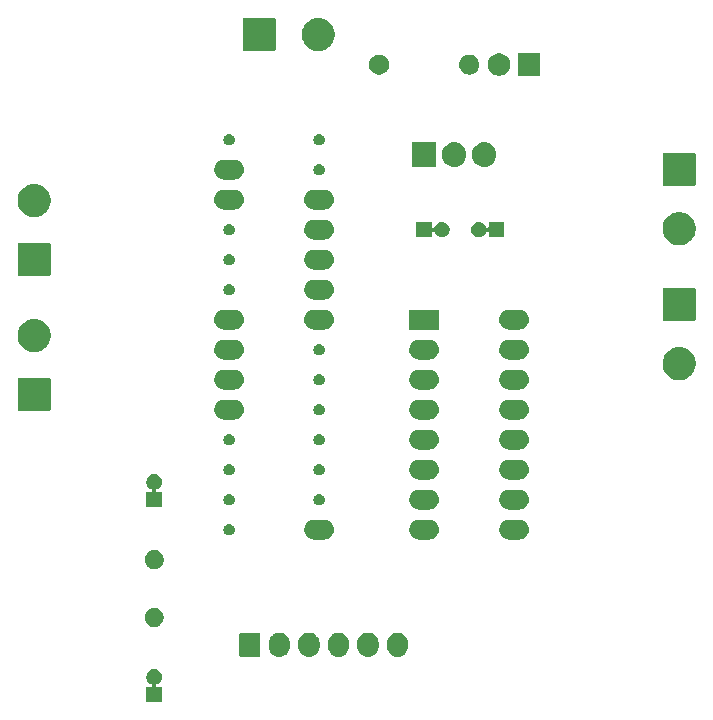
<source format=gbr>
G04 #@! TF.GenerationSoftware,KiCad,Pcbnew,(5.0.1)-4*
G04 #@! TF.CreationDate,2020-01-15T00:06:17+05:45*
G04 #@! TF.ProjectId,RC_Car,52435F4361722E6B696361645F706362,rev?*
G04 #@! TF.SameCoordinates,Original*
G04 #@! TF.FileFunction,Soldermask,Top*
G04 #@! TF.FilePolarity,Negative*
%FSLAX46Y46*%
G04 Gerber Fmt 4.6, Leading zero omitted, Abs format (unit mm)*
G04 Created by KiCad (PCBNEW (5.0.1)-4) date 15-Jan-20 12:06:17 AM*
%MOMM*%
%LPD*%
G01*
G04 APERTURE LIST*
%ADD10C,0.100000*%
G04 APERTURE END LIST*
D10*
G36*
X40829890Y-77884017D02*
X40948361Y-77933089D01*
X41054992Y-78004338D01*
X41145662Y-78095008D01*
X41216911Y-78201639D01*
X41265983Y-78320110D01*
X41291000Y-78445881D01*
X41291000Y-78574119D01*
X41265983Y-78699890D01*
X41216911Y-78818361D01*
X41145662Y-78924992D01*
X41054992Y-79015662D01*
X40948361Y-79086911D01*
X40872061Y-79118515D01*
X40850450Y-79130066D01*
X40831508Y-79145611D01*
X40815963Y-79164553D01*
X40804411Y-79186164D01*
X40797298Y-79209613D01*
X40794896Y-79233999D01*
X40797298Y-79258386D01*
X40804411Y-79281835D01*
X40815962Y-79303446D01*
X40831507Y-79322388D01*
X40850449Y-79337933D01*
X40872060Y-79349485D01*
X40895509Y-79356598D01*
X40919896Y-79359000D01*
X41291000Y-79359000D01*
X41291000Y-80661000D01*
X39989000Y-80661000D01*
X39989000Y-79359000D01*
X40360104Y-79359000D01*
X40384490Y-79356598D01*
X40407939Y-79349485D01*
X40429550Y-79337934D01*
X40448492Y-79322388D01*
X40464038Y-79303446D01*
X40475589Y-79281835D01*
X40482702Y-79258386D01*
X40485104Y-79234000D01*
X40482702Y-79209614D01*
X40475589Y-79186165D01*
X40464038Y-79164554D01*
X40448492Y-79145612D01*
X40429550Y-79130066D01*
X40407939Y-79118515D01*
X40331639Y-79086911D01*
X40225008Y-79015662D01*
X40134338Y-78924992D01*
X40063089Y-78818361D01*
X40014017Y-78699890D01*
X39989000Y-78574119D01*
X39989000Y-78445881D01*
X40014017Y-78320110D01*
X40063089Y-78201639D01*
X40134338Y-78095008D01*
X40225008Y-78004338D01*
X40331639Y-77933089D01*
X40450110Y-77884017D01*
X40575881Y-77859000D01*
X40704119Y-77859000D01*
X40829890Y-77884017D01*
X40829890Y-77884017D01*
G37*
G36*
X51421627Y-74772038D02*
X51534853Y-74806385D01*
X51591467Y-74823558D01*
X51747990Y-74907222D01*
X51885187Y-75019815D01*
X51968449Y-75121272D01*
X51997779Y-75157010D01*
X51997780Y-75157012D01*
X52081444Y-75313534D01*
X52098617Y-75370148D01*
X52132964Y-75483374D01*
X52146001Y-75615743D01*
X52146001Y-75954258D01*
X52132964Y-76086627D01*
X52081444Y-76256467D01*
X51997779Y-76412992D01*
X51997778Y-76412993D01*
X51885187Y-76550187D01*
X51790252Y-76628097D01*
X51747992Y-76662779D01*
X51747990Y-76662780D01*
X51591468Y-76746444D01*
X51550735Y-76758800D01*
X51421628Y-76797964D01*
X51245001Y-76815360D01*
X51068375Y-76797964D01*
X50939268Y-76758800D01*
X50898535Y-76746444D01*
X50742013Y-76662780D01*
X50742011Y-76662779D01*
X50604817Y-76550187D01*
X50604813Y-76550184D01*
X50492223Y-76412993D01*
X50408558Y-76256468D01*
X50391385Y-76199854D01*
X50357038Y-76086628D01*
X50344001Y-75954259D01*
X50344001Y-75615744D01*
X50357038Y-75483375D01*
X50408558Y-75313536D01*
X50408558Y-75313535D01*
X50492222Y-75157012D01*
X50604815Y-75019815D01*
X50706272Y-74936553D01*
X50742010Y-74907223D01*
X50759914Y-74897653D01*
X50898534Y-74823558D01*
X50955148Y-74806385D01*
X51068374Y-74772038D01*
X51245001Y-74754642D01*
X51421627Y-74772038D01*
X51421627Y-74772038D01*
G37*
G36*
X53921627Y-74772038D02*
X54034853Y-74806385D01*
X54091467Y-74823558D01*
X54247990Y-74907222D01*
X54385187Y-75019815D01*
X54468449Y-75121272D01*
X54497779Y-75157010D01*
X54497780Y-75157012D01*
X54581444Y-75313534D01*
X54598617Y-75370148D01*
X54632964Y-75483374D01*
X54646001Y-75615743D01*
X54646001Y-75954258D01*
X54632964Y-76086627D01*
X54581444Y-76256467D01*
X54497779Y-76412992D01*
X54497778Y-76412993D01*
X54385187Y-76550187D01*
X54290252Y-76628097D01*
X54247992Y-76662779D01*
X54247990Y-76662780D01*
X54091468Y-76746444D01*
X54050735Y-76758800D01*
X53921628Y-76797964D01*
X53745001Y-76815360D01*
X53568375Y-76797964D01*
X53439268Y-76758800D01*
X53398535Y-76746444D01*
X53242013Y-76662780D01*
X53242011Y-76662779D01*
X53104817Y-76550187D01*
X53104813Y-76550184D01*
X52992223Y-76412993D01*
X52908558Y-76256468D01*
X52891385Y-76199854D01*
X52857038Y-76086628D01*
X52844001Y-75954259D01*
X52844001Y-75615744D01*
X52857038Y-75483375D01*
X52908558Y-75313536D01*
X52908558Y-75313535D01*
X52992222Y-75157012D01*
X53104815Y-75019815D01*
X53206272Y-74936553D01*
X53242010Y-74907223D01*
X53259914Y-74897653D01*
X53398534Y-74823558D01*
X53455148Y-74806385D01*
X53568374Y-74772038D01*
X53745001Y-74754642D01*
X53921627Y-74772038D01*
X53921627Y-74772038D01*
G37*
G36*
X56421627Y-74772038D02*
X56534853Y-74806385D01*
X56591467Y-74823558D01*
X56747990Y-74907222D01*
X56885187Y-75019815D01*
X56968449Y-75121272D01*
X56997779Y-75157010D01*
X56997780Y-75157012D01*
X57081444Y-75313534D01*
X57098617Y-75370148D01*
X57132964Y-75483374D01*
X57146001Y-75615743D01*
X57146001Y-75954258D01*
X57132964Y-76086627D01*
X57081444Y-76256467D01*
X56997779Y-76412992D01*
X56997778Y-76412993D01*
X56885187Y-76550187D01*
X56790252Y-76628097D01*
X56747992Y-76662779D01*
X56747990Y-76662780D01*
X56591468Y-76746444D01*
X56550735Y-76758800D01*
X56421628Y-76797964D01*
X56245001Y-76815360D01*
X56068375Y-76797964D01*
X55939268Y-76758800D01*
X55898535Y-76746444D01*
X55742013Y-76662780D01*
X55742011Y-76662779D01*
X55604817Y-76550187D01*
X55604813Y-76550184D01*
X55492223Y-76412993D01*
X55408558Y-76256468D01*
X55391385Y-76199854D01*
X55357038Y-76086628D01*
X55344001Y-75954259D01*
X55344001Y-75615744D01*
X55357038Y-75483375D01*
X55408558Y-75313536D01*
X55408558Y-75313535D01*
X55492222Y-75157012D01*
X55604815Y-75019815D01*
X55706272Y-74936553D01*
X55742010Y-74907223D01*
X55759914Y-74897653D01*
X55898534Y-74823558D01*
X55955148Y-74806385D01*
X56068374Y-74772038D01*
X56245001Y-74754642D01*
X56421627Y-74772038D01*
X56421627Y-74772038D01*
G37*
G36*
X61421627Y-74772038D02*
X61534853Y-74806385D01*
X61591467Y-74823558D01*
X61747990Y-74907222D01*
X61885187Y-75019815D01*
X61968449Y-75121272D01*
X61997779Y-75157010D01*
X61997780Y-75157012D01*
X62081444Y-75313534D01*
X62098617Y-75370148D01*
X62132964Y-75483374D01*
X62146001Y-75615743D01*
X62146001Y-75954258D01*
X62132964Y-76086627D01*
X62081444Y-76256467D01*
X61997779Y-76412992D01*
X61997778Y-76412993D01*
X61885187Y-76550187D01*
X61790252Y-76628097D01*
X61747992Y-76662779D01*
X61747990Y-76662780D01*
X61591468Y-76746444D01*
X61550735Y-76758800D01*
X61421628Y-76797964D01*
X61245001Y-76815360D01*
X61068375Y-76797964D01*
X60939268Y-76758800D01*
X60898535Y-76746444D01*
X60742013Y-76662780D01*
X60742011Y-76662779D01*
X60604817Y-76550187D01*
X60604813Y-76550184D01*
X60492223Y-76412993D01*
X60408558Y-76256468D01*
X60391385Y-76199854D01*
X60357038Y-76086628D01*
X60344001Y-75954259D01*
X60344001Y-75615744D01*
X60357038Y-75483375D01*
X60408558Y-75313536D01*
X60408558Y-75313535D01*
X60492222Y-75157012D01*
X60604815Y-75019815D01*
X60706272Y-74936553D01*
X60742010Y-74907223D01*
X60759914Y-74897653D01*
X60898534Y-74823558D01*
X60955148Y-74806385D01*
X61068374Y-74772038D01*
X61245001Y-74754642D01*
X61421627Y-74772038D01*
X61421627Y-74772038D01*
G37*
G36*
X58921627Y-74772038D02*
X59034853Y-74806385D01*
X59091467Y-74823558D01*
X59247990Y-74907222D01*
X59385187Y-75019815D01*
X59468449Y-75121272D01*
X59497779Y-75157010D01*
X59497780Y-75157012D01*
X59581444Y-75313534D01*
X59598617Y-75370148D01*
X59632964Y-75483374D01*
X59646001Y-75615743D01*
X59646001Y-75954258D01*
X59632964Y-76086627D01*
X59581444Y-76256467D01*
X59497779Y-76412992D01*
X59497778Y-76412993D01*
X59385187Y-76550187D01*
X59290252Y-76628097D01*
X59247992Y-76662779D01*
X59247990Y-76662780D01*
X59091468Y-76746444D01*
X59050735Y-76758800D01*
X58921628Y-76797964D01*
X58745001Y-76815360D01*
X58568375Y-76797964D01*
X58439268Y-76758800D01*
X58398535Y-76746444D01*
X58242013Y-76662780D01*
X58242011Y-76662779D01*
X58104817Y-76550187D01*
X58104813Y-76550184D01*
X57992223Y-76412993D01*
X57908558Y-76256468D01*
X57891385Y-76199854D01*
X57857038Y-76086628D01*
X57844001Y-75954259D01*
X57844001Y-75615744D01*
X57857038Y-75483375D01*
X57908558Y-75313536D01*
X57908558Y-75313535D01*
X57992222Y-75157012D01*
X58104815Y-75019815D01*
X58206272Y-74936553D01*
X58242010Y-74907223D01*
X58259914Y-74897653D01*
X58398534Y-74823558D01*
X58455148Y-74806385D01*
X58568374Y-74772038D01*
X58745001Y-74754642D01*
X58921627Y-74772038D01*
X58921627Y-74772038D01*
G37*
G36*
X49503601Y-74762990D02*
X49536650Y-74773015D01*
X49567107Y-74789295D01*
X49593800Y-74811202D01*
X49615707Y-74837895D01*
X49631987Y-74868352D01*
X49642012Y-74901401D01*
X49646001Y-74941905D01*
X49646001Y-76628097D01*
X49642012Y-76668601D01*
X49631987Y-76701650D01*
X49615707Y-76732107D01*
X49593800Y-76758800D01*
X49567107Y-76780707D01*
X49536650Y-76796987D01*
X49503601Y-76807012D01*
X49463097Y-76811001D01*
X48026905Y-76811001D01*
X47986401Y-76807012D01*
X47953352Y-76796987D01*
X47922895Y-76780707D01*
X47896202Y-76758800D01*
X47874295Y-76732107D01*
X47858015Y-76701650D01*
X47847990Y-76668601D01*
X47844001Y-76628097D01*
X47844001Y-74941905D01*
X47847990Y-74901401D01*
X47858015Y-74868352D01*
X47874295Y-74837895D01*
X47896202Y-74811202D01*
X47922895Y-74789295D01*
X47953352Y-74773015D01*
X47986401Y-74762990D01*
X48026905Y-74759001D01*
X49463097Y-74759001D01*
X49503601Y-74762990D01*
X49503601Y-74762990D01*
G37*
G36*
X40873643Y-72709781D02*
X41019415Y-72770162D01*
X41150611Y-72857824D01*
X41262176Y-72969389D01*
X41349838Y-73100585D01*
X41410219Y-73246357D01*
X41441000Y-73401107D01*
X41441000Y-73558893D01*
X41410219Y-73713643D01*
X41349838Y-73859415D01*
X41262176Y-73990611D01*
X41150611Y-74102176D01*
X41019415Y-74189838D01*
X40873643Y-74250219D01*
X40718893Y-74281000D01*
X40561107Y-74281000D01*
X40406357Y-74250219D01*
X40260585Y-74189838D01*
X40129389Y-74102176D01*
X40017824Y-73990611D01*
X39930162Y-73859415D01*
X39869781Y-73713643D01*
X39839000Y-73558893D01*
X39839000Y-73401107D01*
X39869781Y-73246357D01*
X39930162Y-73100585D01*
X40017824Y-72969389D01*
X40129389Y-72857824D01*
X40260585Y-72770162D01*
X40406357Y-72709781D01*
X40561107Y-72679000D01*
X40718893Y-72679000D01*
X40873643Y-72709781D01*
X40873643Y-72709781D01*
G37*
G36*
X40873643Y-67809781D02*
X41019415Y-67870162D01*
X41150611Y-67957824D01*
X41262176Y-68069389D01*
X41349838Y-68200585D01*
X41410219Y-68346357D01*
X41441000Y-68501107D01*
X41441000Y-68658893D01*
X41410219Y-68813643D01*
X41349838Y-68959415D01*
X41262176Y-69090611D01*
X41150611Y-69202176D01*
X41019415Y-69289838D01*
X40873643Y-69350219D01*
X40718893Y-69381000D01*
X40561107Y-69381000D01*
X40406357Y-69350219D01*
X40260585Y-69289838D01*
X40129389Y-69202176D01*
X40017824Y-69090611D01*
X39930162Y-68959415D01*
X39869781Y-68813643D01*
X39839000Y-68658893D01*
X39839000Y-68501107D01*
X39869781Y-68346357D01*
X39930162Y-68200585D01*
X40017824Y-68069389D01*
X40129389Y-67957824D01*
X40260585Y-67870162D01*
X40406357Y-67809781D01*
X40561107Y-67779000D01*
X40718893Y-67779000D01*
X40873643Y-67809781D01*
X40873643Y-67809781D01*
G37*
G36*
X64066821Y-65201313D02*
X64066824Y-65201314D01*
X64066825Y-65201314D01*
X64227239Y-65249975D01*
X64227241Y-65249976D01*
X64227244Y-65249977D01*
X64375078Y-65328995D01*
X64504659Y-65435341D01*
X64611005Y-65564922D01*
X64690023Y-65712756D01*
X64690024Y-65712759D01*
X64690025Y-65712761D01*
X64733768Y-65856962D01*
X64738687Y-65873179D01*
X64755117Y-66040000D01*
X64738687Y-66206821D01*
X64738686Y-66206824D01*
X64738686Y-66206825D01*
X64733768Y-66223039D01*
X64690023Y-66367244D01*
X64611005Y-66515078D01*
X64504659Y-66644659D01*
X64375078Y-66751005D01*
X64227244Y-66830023D01*
X64227241Y-66830024D01*
X64227239Y-66830025D01*
X64066825Y-66878686D01*
X64066824Y-66878686D01*
X64066821Y-66878687D01*
X63941804Y-66891000D01*
X63058196Y-66891000D01*
X62933179Y-66878687D01*
X62933176Y-66878686D01*
X62933175Y-66878686D01*
X62772761Y-66830025D01*
X62772759Y-66830024D01*
X62772756Y-66830023D01*
X62624922Y-66751005D01*
X62495341Y-66644659D01*
X62388995Y-66515078D01*
X62309977Y-66367244D01*
X62266233Y-66223039D01*
X62261314Y-66206825D01*
X62261314Y-66206824D01*
X62261313Y-66206821D01*
X62244883Y-66040000D01*
X62261313Y-65873179D01*
X62266232Y-65856962D01*
X62309975Y-65712761D01*
X62309976Y-65712759D01*
X62309977Y-65712756D01*
X62388995Y-65564922D01*
X62495341Y-65435341D01*
X62624922Y-65328995D01*
X62772756Y-65249977D01*
X62772759Y-65249976D01*
X62772761Y-65249975D01*
X62933175Y-65201314D01*
X62933176Y-65201314D01*
X62933179Y-65201313D01*
X63058196Y-65189000D01*
X63941804Y-65189000D01*
X64066821Y-65201313D01*
X64066821Y-65201313D01*
G37*
G36*
X71686821Y-65201313D02*
X71686824Y-65201314D01*
X71686825Y-65201314D01*
X71847239Y-65249975D01*
X71847241Y-65249976D01*
X71847244Y-65249977D01*
X71995078Y-65328995D01*
X72124659Y-65435341D01*
X72231005Y-65564922D01*
X72310023Y-65712756D01*
X72310024Y-65712759D01*
X72310025Y-65712761D01*
X72353768Y-65856962D01*
X72358687Y-65873179D01*
X72375117Y-66040000D01*
X72358687Y-66206821D01*
X72358686Y-66206824D01*
X72358686Y-66206825D01*
X72353768Y-66223039D01*
X72310023Y-66367244D01*
X72231005Y-66515078D01*
X72124659Y-66644659D01*
X71995078Y-66751005D01*
X71847244Y-66830023D01*
X71847241Y-66830024D01*
X71847239Y-66830025D01*
X71686825Y-66878686D01*
X71686824Y-66878686D01*
X71686821Y-66878687D01*
X71561804Y-66891000D01*
X70678196Y-66891000D01*
X70553179Y-66878687D01*
X70553176Y-66878686D01*
X70553175Y-66878686D01*
X70392761Y-66830025D01*
X70392759Y-66830024D01*
X70392756Y-66830023D01*
X70244922Y-66751005D01*
X70115341Y-66644659D01*
X70008995Y-66515078D01*
X69929977Y-66367244D01*
X69886233Y-66223039D01*
X69881314Y-66206825D01*
X69881314Y-66206824D01*
X69881313Y-66206821D01*
X69864883Y-66040000D01*
X69881313Y-65873179D01*
X69886232Y-65856962D01*
X69929975Y-65712761D01*
X69929976Y-65712759D01*
X69929977Y-65712756D01*
X70008995Y-65564922D01*
X70115341Y-65435341D01*
X70244922Y-65328995D01*
X70392756Y-65249977D01*
X70392759Y-65249976D01*
X70392761Y-65249975D01*
X70553175Y-65201314D01*
X70553176Y-65201314D01*
X70553179Y-65201313D01*
X70678196Y-65189000D01*
X71561804Y-65189000D01*
X71686821Y-65201313D01*
X71686821Y-65201313D01*
G37*
G36*
X55176821Y-65201313D02*
X55176824Y-65201314D01*
X55176825Y-65201314D01*
X55337239Y-65249975D01*
X55337241Y-65249976D01*
X55337244Y-65249977D01*
X55485078Y-65328995D01*
X55614659Y-65435341D01*
X55721005Y-65564922D01*
X55800023Y-65712756D01*
X55800024Y-65712759D01*
X55800025Y-65712761D01*
X55843768Y-65856962D01*
X55848687Y-65873179D01*
X55865117Y-66040000D01*
X55848687Y-66206821D01*
X55848686Y-66206824D01*
X55848686Y-66206825D01*
X55843768Y-66223039D01*
X55800023Y-66367244D01*
X55721005Y-66515078D01*
X55614659Y-66644659D01*
X55485078Y-66751005D01*
X55337244Y-66830023D01*
X55337241Y-66830024D01*
X55337239Y-66830025D01*
X55176825Y-66878686D01*
X55176824Y-66878686D01*
X55176821Y-66878687D01*
X55051804Y-66891000D01*
X54168196Y-66891000D01*
X54043179Y-66878687D01*
X54043176Y-66878686D01*
X54043175Y-66878686D01*
X53882761Y-66830025D01*
X53882759Y-66830024D01*
X53882756Y-66830023D01*
X53734922Y-66751005D01*
X53605341Y-66644659D01*
X53498995Y-66515078D01*
X53419977Y-66367244D01*
X53376233Y-66223039D01*
X53371314Y-66206825D01*
X53371314Y-66206824D01*
X53371313Y-66206821D01*
X53354883Y-66040000D01*
X53371313Y-65873179D01*
X53376232Y-65856962D01*
X53419975Y-65712761D01*
X53419976Y-65712759D01*
X53419977Y-65712756D01*
X53498995Y-65564922D01*
X53605341Y-65435341D01*
X53734922Y-65328995D01*
X53882756Y-65249977D01*
X53882759Y-65249976D01*
X53882761Y-65249975D01*
X54043175Y-65201314D01*
X54043176Y-65201314D01*
X54043179Y-65201313D01*
X54168196Y-65189000D01*
X55051804Y-65189000D01*
X55176821Y-65201313D01*
X55176821Y-65201313D01*
G37*
G36*
X47083312Y-65570887D02*
X47173039Y-65598106D01*
X47255731Y-65642306D01*
X47328211Y-65701789D01*
X47387694Y-65774269D01*
X47431894Y-65856961D01*
X47459113Y-65946688D01*
X47468303Y-66040000D01*
X47459113Y-66133312D01*
X47431894Y-66223039D01*
X47387694Y-66305731D01*
X47328211Y-66378211D01*
X47255731Y-66437694D01*
X47173039Y-66481894D01*
X47083312Y-66509113D01*
X47013384Y-66516000D01*
X46966616Y-66516000D01*
X46896688Y-66509113D01*
X46806961Y-66481894D01*
X46724269Y-66437694D01*
X46651789Y-66378211D01*
X46592306Y-66305731D01*
X46548106Y-66223039D01*
X46520887Y-66133312D01*
X46511697Y-66040000D01*
X46520887Y-65946688D01*
X46548106Y-65856961D01*
X46592306Y-65774269D01*
X46651789Y-65701789D01*
X46724269Y-65642306D01*
X46806961Y-65598106D01*
X46896688Y-65570887D01*
X46966616Y-65564000D01*
X47013384Y-65564000D01*
X47083312Y-65570887D01*
X47083312Y-65570887D01*
G37*
G36*
X71686821Y-62661313D02*
X71686824Y-62661314D01*
X71686825Y-62661314D01*
X71847239Y-62709975D01*
X71847241Y-62709976D01*
X71847244Y-62709977D01*
X71995078Y-62788995D01*
X72124659Y-62895341D01*
X72231005Y-63024922D01*
X72310023Y-63172756D01*
X72310024Y-63172759D01*
X72310025Y-63172761D01*
X72353768Y-63316962D01*
X72358687Y-63333179D01*
X72375117Y-63500000D01*
X72358687Y-63666821D01*
X72358686Y-63666824D01*
X72358686Y-63666825D01*
X72353768Y-63683039D01*
X72310023Y-63827244D01*
X72231005Y-63975078D01*
X72124659Y-64104659D01*
X71995078Y-64211005D01*
X71847244Y-64290023D01*
X71847241Y-64290024D01*
X71847239Y-64290025D01*
X71686825Y-64338686D01*
X71686824Y-64338686D01*
X71686821Y-64338687D01*
X71561804Y-64351000D01*
X70678196Y-64351000D01*
X70553179Y-64338687D01*
X70553176Y-64338686D01*
X70553175Y-64338686D01*
X70392761Y-64290025D01*
X70392759Y-64290024D01*
X70392756Y-64290023D01*
X70244922Y-64211005D01*
X70115341Y-64104659D01*
X70008995Y-63975078D01*
X69929977Y-63827244D01*
X69886233Y-63683039D01*
X69881314Y-63666825D01*
X69881314Y-63666824D01*
X69881313Y-63666821D01*
X69864883Y-63500000D01*
X69881313Y-63333179D01*
X69886232Y-63316962D01*
X69929975Y-63172761D01*
X69929976Y-63172759D01*
X69929977Y-63172756D01*
X70008995Y-63024922D01*
X70115341Y-62895341D01*
X70244922Y-62788995D01*
X70392756Y-62709977D01*
X70392759Y-62709976D01*
X70392761Y-62709975D01*
X70553175Y-62661314D01*
X70553176Y-62661314D01*
X70553179Y-62661313D01*
X70678196Y-62649000D01*
X71561804Y-62649000D01*
X71686821Y-62661313D01*
X71686821Y-62661313D01*
G37*
G36*
X64066821Y-62661313D02*
X64066824Y-62661314D01*
X64066825Y-62661314D01*
X64227239Y-62709975D01*
X64227241Y-62709976D01*
X64227244Y-62709977D01*
X64375078Y-62788995D01*
X64504659Y-62895341D01*
X64611005Y-63024922D01*
X64690023Y-63172756D01*
X64690024Y-63172759D01*
X64690025Y-63172761D01*
X64733768Y-63316962D01*
X64738687Y-63333179D01*
X64755117Y-63500000D01*
X64738687Y-63666821D01*
X64738686Y-63666824D01*
X64738686Y-63666825D01*
X64733768Y-63683039D01*
X64690023Y-63827244D01*
X64611005Y-63975078D01*
X64504659Y-64104659D01*
X64375078Y-64211005D01*
X64227244Y-64290023D01*
X64227241Y-64290024D01*
X64227239Y-64290025D01*
X64066825Y-64338686D01*
X64066824Y-64338686D01*
X64066821Y-64338687D01*
X63941804Y-64351000D01*
X63058196Y-64351000D01*
X62933179Y-64338687D01*
X62933176Y-64338686D01*
X62933175Y-64338686D01*
X62772761Y-64290025D01*
X62772759Y-64290024D01*
X62772756Y-64290023D01*
X62624922Y-64211005D01*
X62495341Y-64104659D01*
X62388995Y-63975078D01*
X62309977Y-63827244D01*
X62266233Y-63683039D01*
X62261314Y-63666825D01*
X62261314Y-63666824D01*
X62261313Y-63666821D01*
X62244883Y-63500000D01*
X62261313Y-63333179D01*
X62266232Y-63316962D01*
X62309975Y-63172761D01*
X62309976Y-63172759D01*
X62309977Y-63172756D01*
X62388995Y-63024922D01*
X62495341Y-62895341D01*
X62624922Y-62788995D01*
X62772756Y-62709977D01*
X62772759Y-62709976D01*
X62772761Y-62709975D01*
X62933175Y-62661314D01*
X62933176Y-62661314D01*
X62933179Y-62661313D01*
X63058196Y-62649000D01*
X63941804Y-62649000D01*
X64066821Y-62661313D01*
X64066821Y-62661313D01*
G37*
G36*
X40829890Y-61374017D02*
X40948361Y-61423089D01*
X40948364Y-61423091D01*
X40957377Y-61429113D01*
X41054992Y-61494338D01*
X41145662Y-61585008D01*
X41216911Y-61691639D01*
X41265983Y-61810110D01*
X41291000Y-61935881D01*
X41291000Y-62064119D01*
X41265983Y-62189890D01*
X41216911Y-62308361D01*
X41145662Y-62414992D01*
X41054992Y-62505662D01*
X40948361Y-62576911D01*
X40872061Y-62608515D01*
X40850450Y-62620066D01*
X40831508Y-62635611D01*
X40815963Y-62654553D01*
X40804411Y-62676164D01*
X40797298Y-62699613D01*
X40794896Y-62723999D01*
X40797298Y-62748386D01*
X40804411Y-62771835D01*
X40815962Y-62793446D01*
X40831507Y-62812388D01*
X40850449Y-62827933D01*
X40872060Y-62839485D01*
X40895509Y-62846598D01*
X40919896Y-62849000D01*
X41291000Y-62849000D01*
X41291000Y-64151000D01*
X39989000Y-64151000D01*
X39989000Y-62849000D01*
X40360104Y-62849000D01*
X40384490Y-62846598D01*
X40407939Y-62839485D01*
X40429550Y-62827934D01*
X40448492Y-62812388D01*
X40464038Y-62793446D01*
X40475589Y-62771835D01*
X40482702Y-62748386D01*
X40485104Y-62724000D01*
X40482702Y-62699614D01*
X40475589Y-62676165D01*
X40464038Y-62654554D01*
X40448492Y-62635612D01*
X40429550Y-62620066D01*
X40407939Y-62608515D01*
X40331639Y-62576911D01*
X40225008Y-62505662D01*
X40134338Y-62414992D01*
X40063089Y-62308361D01*
X40014017Y-62189890D01*
X39989000Y-62064119D01*
X39989000Y-61935881D01*
X40014017Y-61810110D01*
X40063089Y-61691639D01*
X40134338Y-61585008D01*
X40225008Y-61494338D01*
X40322624Y-61429113D01*
X40331636Y-61423091D01*
X40331639Y-61423089D01*
X40450110Y-61374017D01*
X40575881Y-61349000D01*
X40704119Y-61349000D01*
X40829890Y-61374017D01*
X40829890Y-61374017D01*
G37*
G36*
X54703312Y-63030887D02*
X54793039Y-63058106D01*
X54875731Y-63102306D01*
X54948211Y-63161789D01*
X55007694Y-63234269D01*
X55051894Y-63316961D01*
X55079113Y-63406688D01*
X55088303Y-63500000D01*
X55079113Y-63593312D01*
X55051894Y-63683039D01*
X55007694Y-63765731D01*
X54948211Y-63838211D01*
X54875731Y-63897694D01*
X54793039Y-63941894D01*
X54703312Y-63969113D01*
X54633384Y-63976000D01*
X54586616Y-63976000D01*
X54516688Y-63969113D01*
X54426961Y-63941894D01*
X54344269Y-63897694D01*
X54271789Y-63838211D01*
X54212306Y-63765731D01*
X54168106Y-63683039D01*
X54140887Y-63593312D01*
X54131697Y-63500000D01*
X54140887Y-63406688D01*
X54168106Y-63316961D01*
X54212306Y-63234269D01*
X54271789Y-63161789D01*
X54344269Y-63102306D01*
X54426961Y-63058106D01*
X54516688Y-63030887D01*
X54586616Y-63024000D01*
X54633384Y-63024000D01*
X54703312Y-63030887D01*
X54703312Y-63030887D01*
G37*
G36*
X47083312Y-63030887D02*
X47173039Y-63058106D01*
X47255731Y-63102306D01*
X47328211Y-63161789D01*
X47387694Y-63234269D01*
X47431894Y-63316961D01*
X47459113Y-63406688D01*
X47468303Y-63500000D01*
X47459113Y-63593312D01*
X47431894Y-63683039D01*
X47387694Y-63765731D01*
X47328211Y-63838211D01*
X47255731Y-63897694D01*
X47173039Y-63941894D01*
X47083312Y-63969113D01*
X47013384Y-63976000D01*
X46966616Y-63976000D01*
X46896688Y-63969113D01*
X46806961Y-63941894D01*
X46724269Y-63897694D01*
X46651789Y-63838211D01*
X46592306Y-63765731D01*
X46548106Y-63683039D01*
X46520887Y-63593312D01*
X46511697Y-63500000D01*
X46520887Y-63406688D01*
X46548106Y-63316961D01*
X46592306Y-63234269D01*
X46651789Y-63161789D01*
X46724269Y-63102306D01*
X46806961Y-63058106D01*
X46896688Y-63030887D01*
X46966616Y-63024000D01*
X47013384Y-63024000D01*
X47083312Y-63030887D01*
X47083312Y-63030887D01*
G37*
G36*
X71686821Y-60121313D02*
X71686824Y-60121314D01*
X71686825Y-60121314D01*
X71847239Y-60169975D01*
X71847241Y-60169976D01*
X71847244Y-60169977D01*
X71995078Y-60248995D01*
X72124659Y-60355341D01*
X72231005Y-60484922D01*
X72310023Y-60632756D01*
X72310024Y-60632759D01*
X72310025Y-60632761D01*
X72353768Y-60776962D01*
X72358687Y-60793179D01*
X72375117Y-60960000D01*
X72358687Y-61126821D01*
X72358686Y-61126824D01*
X72358686Y-61126825D01*
X72353768Y-61143039D01*
X72310023Y-61287244D01*
X72231005Y-61435078D01*
X72124659Y-61564659D01*
X71995078Y-61671005D01*
X71847244Y-61750023D01*
X71847241Y-61750024D01*
X71847239Y-61750025D01*
X71686825Y-61798686D01*
X71686824Y-61798686D01*
X71686821Y-61798687D01*
X71561804Y-61811000D01*
X70678196Y-61811000D01*
X70553179Y-61798687D01*
X70553176Y-61798686D01*
X70553175Y-61798686D01*
X70392761Y-61750025D01*
X70392759Y-61750024D01*
X70392756Y-61750023D01*
X70244922Y-61671005D01*
X70115341Y-61564659D01*
X70008995Y-61435078D01*
X69929977Y-61287244D01*
X69886233Y-61143039D01*
X69881314Y-61126825D01*
X69881314Y-61126824D01*
X69881313Y-61126821D01*
X69864883Y-60960000D01*
X69881313Y-60793179D01*
X69886232Y-60776962D01*
X69929975Y-60632761D01*
X69929976Y-60632759D01*
X69929977Y-60632756D01*
X70008995Y-60484922D01*
X70115341Y-60355341D01*
X70244922Y-60248995D01*
X70392756Y-60169977D01*
X70392759Y-60169976D01*
X70392761Y-60169975D01*
X70553175Y-60121314D01*
X70553176Y-60121314D01*
X70553179Y-60121313D01*
X70678196Y-60109000D01*
X71561804Y-60109000D01*
X71686821Y-60121313D01*
X71686821Y-60121313D01*
G37*
G36*
X64066821Y-60121313D02*
X64066824Y-60121314D01*
X64066825Y-60121314D01*
X64227239Y-60169975D01*
X64227241Y-60169976D01*
X64227244Y-60169977D01*
X64375078Y-60248995D01*
X64504659Y-60355341D01*
X64611005Y-60484922D01*
X64690023Y-60632756D01*
X64690024Y-60632759D01*
X64690025Y-60632761D01*
X64733768Y-60776962D01*
X64738687Y-60793179D01*
X64755117Y-60960000D01*
X64738687Y-61126821D01*
X64738686Y-61126824D01*
X64738686Y-61126825D01*
X64733768Y-61143039D01*
X64690023Y-61287244D01*
X64611005Y-61435078D01*
X64504659Y-61564659D01*
X64375078Y-61671005D01*
X64227244Y-61750023D01*
X64227241Y-61750024D01*
X64227239Y-61750025D01*
X64066825Y-61798686D01*
X64066824Y-61798686D01*
X64066821Y-61798687D01*
X63941804Y-61811000D01*
X63058196Y-61811000D01*
X62933179Y-61798687D01*
X62933176Y-61798686D01*
X62933175Y-61798686D01*
X62772761Y-61750025D01*
X62772759Y-61750024D01*
X62772756Y-61750023D01*
X62624922Y-61671005D01*
X62495341Y-61564659D01*
X62388995Y-61435078D01*
X62309977Y-61287244D01*
X62266233Y-61143039D01*
X62261314Y-61126825D01*
X62261314Y-61126824D01*
X62261313Y-61126821D01*
X62244883Y-60960000D01*
X62261313Y-60793179D01*
X62266232Y-60776962D01*
X62309975Y-60632761D01*
X62309976Y-60632759D01*
X62309977Y-60632756D01*
X62388995Y-60484922D01*
X62495341Y-60355341D01*
X62624922Y-60248995D01*
X62772756Y-60169977D01*
X62772759Y-60169976D01*
X62772761Y-60169975D01*
X62933175Y-60121314D01*
X62933176Y-60121314D01*
X62933179Y-60121313D01*
X63058196Y-60109000D01*
X63941804Y-60109000D01*
X64066821Y-60121313D01*
X64066821Y-60121313D01*
G37*
G36*
X47083312Y-60490887D02*
X47173039Y-60518106D01*
X47255731Y-60562306D01*
X47328211Y-60621789D01*
X47387694Y-60694269D01*
X47431894Y-60776961D01*
X47459113Y-60866688D01*
X47468303Y-60960000D01*
X47459113Y-61053312D01*
X47431894Y-61143039D01*
X47387694Y-61225731D01*
X47328211Y-61298211D01*
X47255731Y-61357694D01*
X47173039Y-61401894D01*
X47083312Y-61429113D01*
X47013384Y-61436000D01*
X46966616Y-61436000D01*
X46896688Y-61429113D01*
X46806961Y-61401894D01*
X46724269Y-61357694D01*
X46651789Y-61298211D01*
X46592306Y-61225731D01*
X46548106Y-61143039D01*
X46520887Y-61053312D01*
X46511697Y-60960000D01*
X46520887Y-60866688D01*
X46548106Y-60776961D01*
X46592306Y-60694269D01*
X46651789Y-60621789D01*
X46724269Y-60562306D01*
X46806961Y-60518106D01*
X46896688Y-60490887D01*
X46966616Y-60484000D01*
X47013384Y-60484000D01*
X47083312Y-60490887D01*
X47083312Y-60490887D01*
G37*
G36*
X54703312Y-60490887D02*
X54793039Y-60518106D01*
X54875731Y-60562306D01*
X54948211Y-60621789D01*
X55007694Y-60694269D01*
X55051894Y-60776961D01*
X55079113Y-60866688D01*
X55088303Y-60960000D01*
X55079113Y-61053312D01*
X55051894Y-61143039D01*
X55007694Y-61225731D01*
X54948211Y-61298211D01*
X54875731Y-61357694D01*
X54793039Y-61401894D01*
X54703312Y-61429113D01*
X54633384Y-61436000D01*
X54586616Y-61436000D01*
X54516688Y-61429113D01*
X54426961Y-61401894D01*
X54344269Y-61357694D01*
X54271789Y-61298211D01*
X54212306Y-61225731D01*
X54168106Y-61143039D01*
X54140887Y-61053312D01*
X54131697Y-60960000D01*
X54140887Y-60866688D01*
X54168106Y-60776961D01*
X54212306Y-60694269D01*
X54271789Y-60621789D01*
X54344269Y-60562306D01*
X54426961Y-60518106D01*
X54516688Y-60490887D01*
X54586616Y-60484000D01*
X54633384Y-60484000D01*
X54703312Y-60490887D01*
X54703312Y-60490887D01*
G37*
G36*
X71686821Y-57581313D02*
X71686824Y-57581314D01*
X71686825Y-57581314D01*
X71847239Y-57629975D01*
X71847241Y-57629976D01*
X71847244Y-57629977D01*
X71995078Y-57708995D01*
X72124659Y-57815341D01*
X72231005Y-57944922D01*
X72310023Y-58092756D01*
X72310024Y-58092759D01*
X72310025Y-58092761D01*
X72353768Y-58236962D01*
X72358687Y-58253179D01*
X72375117Y-58420000D01*
X72358687Y-58586821D01*
X72358686Y-58586824D01*
X72358686Y-58586825D01*
X72353768Y-58603039D01*
X72310023Y-58747244D01*
X72231005Y-58895078D01*
X72124659Y-59024659D01*
X71995078Y-59131005D01*
X71847244Y-59210023D01*
X71847241Y-59210024D01*
X71847239Y-59210025D01*
X71686825Y-59258686D01*
X71686824Y-59258686D01*
X71686821Y-59258687D01*
X71561804Y-59271000D01*
X70678196Y-59271000D01*
X70553179Y-59258687D01*
X70553176Y-59258686D01*
X70553175Y-59258686D01*
X70392761Y-59210025D01*
X70392759Y-59210024D01*
X70392756Y-59210023D01*
X70244922Y-59131005D01*
X70115341Y-59024659D01*
X70008995Y-58895078D01*
X69929977Y-58747244D01*
X69886233Y-58603039D01*
X69881314Y-58586825D01*
X69881314Y-58586824D01*
X69881313Y-58586821D01*
X69864883Y-58420000D01*
X69881313Y-58253179D01*
X69886232Y-58236962D01*
X69929975Y-58092761D01*
X69929976Y-58092759D01*
X69929977Y-58092756D01*
X70008995Y-57944922D01*
X70115341Y-57815341D01*
X70244922Y-57708995D01*
X70392756Y-57629977D01*
X70392759Y-57629976D01*
X70392761Y-57629975D01*
X70553175Y-57581314D01*
X70553176Y-57581314D01*
X70553179Y-57581313D01*
X70678196Y-57569000D01*
X71561804Y-57569000D01*
X71686821Y-57581313D01*
X71686821Y-57581313D01*
G37*
G36*
X64066821Y-57581313D02*
X64066824Y-57581314D01*
X64066825Y-57581314D01*
X64227239Y-57629975D01*
X64227241Y-57629976D01*
X64227244Y-57629977D01*
X64375078Y-57708995D01*
X64504659Y-57815341D01*
X64611005Y-57944922D01*
X64690023Y-58092756D01*
X64690024Y-58092759D01*
X64690025Y-58092761D01*
X64733768Y-58236962D01*
X64738687Y-58253179D01*
X64755117Y-58420000D01*
X64738687Y-58586821D01*
X64738686Y-58586824D01*
X64738686Y-58586825D01*
X64733768Y-58603039D01*
X64690023Y-58747244D01*
X64611005Y-58895078D01*
X64504659Y-59024659D01*
X64375078Y-59131005D01*
X64227244Y-59210023D01*
X64227241Y-59210024D01*
X64227239Y-59210025D01*
X64066825Y-59258686D01*
X64066824Y-59258686D01*
X64066821Y-59258687D01*
X63941804Y-59271000D01*
X63058196Y-59271000D01*
X62933179Y-59258687D01*
X62933176Y-59258686D01*
X62933175Y-59258686D01*
X62772761Y-59210025D01*
X62772759Y-59210024D01*
X62772756Y-59210023D01*
X62624922Y-59131005D01*
X62495341Y-59024659D01*
X62388995Y-58895078D01*
X62309977Y-58747244D01*
X62266233Y-58603039D01*
X62261314Y-58586825D01*
X62261314Y-58586824D01*
X62261313Y-58586821D01*
X62244883Y-58420000D01*
X62261313Y-58253179D01*
X62266232Y-58236962D01*
X62309975Y-58092761D01*
X62309976Y-58092759D01*
X62309977Y-58092756D01*
X62388995Y-57944922D01*
X62495341Y-57815341D01*
X62624922Y-57708995D01*
X62772756Y-57629977D01*
X62772759Y-57629976D01*
X62772761Y-57629975D01*
X62933175Y-57581314D01*
X62933176Y-57581314D01*
X62933179Y-57581313D01*
X63058196Y-57569000D01*
X63941804Y-57569000D01*
X64066821Y-57581313D01*
X64066821Y-57581313D01*
G37*
G36*
X54703312Y-57950887D02*
X54793039Y-57978106D01*
X54875731Y-58022306D01*
X54948211Y-58081789D01*
X55007694Y-58154269D01*
X55051894Y-58236961D01*
X55079113Y-58326688D01*
X55088303Y-58420000D01*
X55079113Y-58513312D01*
X55051894Y-58603039D01*
X55007694Y-58685731D01*
X54948211Y-58758211D01*
X54875731Y-58817694D01*
X54793039Y-58861894D01*
X54703312Y-58889113D01*
X54633384Y-58896000D01*
X54586616Y-58896000D01*
X54516688Y-58889113D01*
X54426961Y-58861894D01*
X54344269Y-58817694D01*
X54271789Y-58758211D01*
X54212306Y-58685731D01*
X54168106Y-58603039D01*
X54140887Y-58513312D01*
X54131697Y-58420000D01*
X54140887Y-58326688D01*
X54168106Y-58236961D01*
X54212306Y-58154269D01*
X54271789Y-58081789D01*
X54344269Y-58022306D01*
X54426961Y-57978106D01*
X54516688Y-57950887D01*
X54586616Y-57944000D01*
X54633384Y-57944000D01*
X54703312Y-57950887D01*
X54703312Y-57950887D01*
G37*
G36*
X47083312Y-57950887D02*
X47173039Y-57978106D01*
X47255731Y-58022306D01*
X47328211Y-58081789D01*
X47387694Y-58154269D01*
X47431894Y-58236961D01*
X47459113Y-58326688D01*
X47468303Y-58420000D01*
X47459113Y-58513312D01*
X47431894Y-58603039D01*
X47387694Y-58685731D01*
X47328211Y-58758211D01*
X47255731Y-58817694D01*
X47173039Y-58861894D01*
X47083312Y-58889113D01*
X47013384Y-58896000D01*
X46966616Y-58896000D01*
X46896688Y-58889113D01*
X46806961Y-58861894D01*
X46724269Y-58817694D01*
X46651789Y-58758211D01*
X46592306Y-58685731D01*
X46548106Y-58603039D01*
X46520887Y-58513312D01*
X46511697Y-58420000D01*
X46520887Y-58326688D01*
X46548106Y-58236961D01*
X46592306Y-58154269D01*
X46651789Y-58081789D01*
X46724269Y-58022306D01*
X46806961Y-57978106D01*
X46896688Y-57950887D01*
X46966616Y-57944000D01*
X47013384Y-57944000D01*
X47083312Y-57950887D01*
X47083312Y-57950887D01*
G37*
G36*
X71686821Y-55041313D02*
X71686824Y-55041314D01*
X71686825Y-55041314D01*
X71847239Y-55089975D01*
X71847241Y-55089976D01*
X71847244Y-55089977D01*
X71995078Y-55168995D01*
X72124659Y-55275341D01*
X72231005Y-55404922D01*
X72310023Y-55552756D01*
X72310024Y-55552759D01*
X72310025Y-55552761D01*
X72353768Y-55696962D01*
X72358687Y-55713179D01*
X72375117Y-55880000D01*
X72358687Y-56046821D01*
X72358686Y-56046824D01*
X72358686Y-56046825D01*
X72353768Y-56063039D01*
X72310023Y-56207244D01*
X72231005Y-56355078D01*
X72124659Y-56484659D01*
X71995078Y-56591005D01*
X71847244Y-56670023D01*
X71847241Y-56670024D01*
X71847239Y-56670025D01*
X71686825Y-56718686D01*
X71686824Y-56718686D01*
X71686821Y-56718687D01*
X71561804Y-56731000D01*
X70678196Y-56731000D01*
X70553179Y-56718687D01*
X70553176Y-56718686D01*
X70553175Y-56718686D01*
X70392761Y-56670025D01*
X70392759Y-56670024D01*
X70392756Y-56670023D01*
X70244922Y-56591005D01*
X70115341Y-56484659D01*
X70008995Y-56355078D01*
X69929977Y-56207244D01*
X69886233Y-56063039D01*
X69881314Y-56046825D01*
X69881314Y-56046824D01*
X69881313Y-56046821D01*
X69864883Y-55880000D01*
X69881313Y-55713179D01*
X69886232Y-55696962D01*
X69929975Y-55552761D01*
X69929976Y-55552759D01*
X69929977Y-55552756D01*
X70008995Y-55404922D01*
X70115341Y-55275341D01*
X70244922Y-55168995D01*
X70392756Y-55089977D01*
X70392759Y-55089976D01*
X70392761Y-55089975D01*
X70553175Y-55041314D01*
X70553176Y-55041314D01*
X70553179Y-55041313D01*
X70678196Y-55029000D01*
X71561804Y-55029000D01*
X71686821Y-55041313D01*
X71686821Y-55041313D01*
G37*
G36*
X64066821Y-55041313D02*
X64066824Y-55041314D01*
X64066825Y-55041314D01*
X64227239Y-55089975D01*
X64227241Y-55089976D01*
X64227244Y-55089977D01*
X64375078Y-55168995D01*
X64504659Y-55275341D01*
X64611005Y-55404922D01*
X64690023Y-55552756D01*
X64690024Y-55552759D01*
X64690025Y-55552761D01*
X64733768Y-55696962D01*
X64738687Y-55713179D01*
X64755117Y-55880000D01*
X64738687Y-56046821D01*
X64738686Y-56046824D01*
X64738686Y-56046825D01*
X64733768Y-56063039D01*
X64690023Y-56207244D01*
X64611005Y-56355078D01*
X64504659Y-56484659D01*
X64375078Y-56591005D01*
X64227244Y-56670023D01*
X64227241Y-56670024D01*
X64227239Y-56670025D01*
X64066825Y-56718686D01*
X64066824Y-56718686D01*
X64066821Y-56718687D01*
X63941804Y-56731000D01*
X63058196Y-56731000D01*
X62933179Y-56718687D01*
X62933176Y-56718686D01*
X62933175Y-56718686D01*
X62772761Y-56670025D01*
X62772759Y-56670024D01*
X62772756Y-56670023D01*
X62624922Y-56591005D01*
X62495341Y-56484659D01*
X62388995Y-56355078D01*
X62309977Y-56207244D01*
X62266233Y-56063039D01*
X62261314Y-56046825D01*
X62261314Y-56046824D01*
X62261313Y-56046821D01*
X62244883Y-55880000D01*
X62261313Y-55713179D01*
X62266232Y-55696962D01*
X62309975Y-55552761D01*
X62309976Y-55552759D01*
X62309977Y-55552756D01*
X62388995Y-55404922D01*
X62495341Y-55275341D01*
X62624922Y-55168995D01*
X62772756Y-55089977D01*
X62772759Y-55089976D01*
X62772761Y-55089975D01*
X62933175Y-55041314D01*
X62933176Y-55041314D01*
X62933179Y-55041313D01*
X63058196Y-55029000D01*
X63941804Y-55029000D01*
X64066821Y-55041313D01*
X64066821Y-55041313D01*
G37*
G36*
X47556821Y-55041313D02*
X47556824Y-55041314D01*
X47556825Y-55041314D01*
X47717239Y-55089975D01*
X47717241Y-55089976D01*
X47717244Y-55089977D01*
X47865078Y-55168995D01*
X47994659Y-55275341D01*
X48101005Y-55404922D01*
X48180023Y-55552756D01*
X48180024Y-55552759D01*
X48180025Y-55552761D01*
X48223768Y-55696962D01*
X48228687Y-55713179D01*
X48245117Y-55880000D01*
X48228687Y-56046821D01*
X48228686Y-56046824D01*
X48228686Y-56046825D01*
X48223768Y-56063039D01*
X48180023Y-56207244D01*
X48101005Y-56355078D01*
X47994659Y-56484659D01*
X47865078Y-56591005D01*
X47717244Y-56670023D01*
X47717241Y-56670024D01*
X47717239Y-56670025D01*
X47556825Y-56718686D01*
X47556824Y-56718686D01*
X47556821Y-56718687D01*
X47431804Y-56731000D01*
X46548196Y-56731000D01*
X46423179Y-56718687D01*
X46423176Y-56718686D01*
X46423175Y-56718686D01*
X46262761Y-56670025D01*
X46262759Y-56670024D01*
X46262756Y-56670023D01*
X46114922Y-56591005D01*
X45985341Y-56484659D01*
X45878995Y-56355078D01*
X45799977Y-56207244D01*
X45756233Y-56063039D01*
X45751314Y-56046825D01*
X45751314Y-56046824D01*
X45751313Y-56046821D01*
X45734883Y-55880000D01*
X45751313Y-55713179D01*
X45756232Y-55696962D01*
X45799975Y-55552761D01*
X45799976Y-55552759D01*
X45799977Y-55552756D01*
X45878995Y-55404922D01*
X45985341Y-55275341D01*
X46114922Y-55168995D01*
X46262756Y-55089977D01*
X46262759Y-55089976D01*
X46262761Y-55089975D01*
X46423175Y-55041314D01*
X46423176Y-55041314D01*
X46423179Y-55041313D01*
X46548196Y-55029000D01*
X47431804Y-55029000D01*
X47556821Y-55041313D01*
X47556821Y-55041313D01*
G37*
G36*
X54703312Y-55410887D02*
X54793039Y-55438106D01*
X54875731Y-55482306D01*
X54948211Y-55541789D01*
X55007694Y-55614269D01*
X55051894Y-55696961D01*
X55079113Y-55786688D01*
X55088303Y-55880000D01*
X55079113Y-55973312D01*
X55051894Y-56063039D01*
X55007694Y-56145731D01*
X54948211Y-56218211D01*
X54875731Y-56277694D01*
X54793039Y-56321894D01*
X54703312Y-56349113D01*
X54633384Y-56356000D01*
X54586616Y-56356000D01*
X54516688Y-56349113D01*
X54426961Y-56321894D01*
X54344269Y-56277694D01*
X54271789Y-56218211D01*
X54212306Y-56145731D01*
X54168106Y-56063039D01*
X54140887Y-55973312D01*
X54131697Y-55880000D01*
X54140887Y-55786688D01*
X54168106Y-55696961D01*
X54212306Y-55614269D01*
X54271789Y-55541789D01*
X54344269Y-55482306D01*
X54426961Y-55438106D01*
X54516688Y-55410887D01*
X54586616Y-55404000D01*
X54633384Y-55404000D01*
X54703312Y-55410887D01*
X54703312Y-55410887D01*
G37*
G36*
X31754032Y-53212621D02*
X31783487Y-53221556D01*
X31810624Y-53236062D01*
X31834414Y-53255586D01*
X31853938Y-53279376D01*
X31868444Y-53306513D01*
X31877379Y-53335968D01*
X31881000Y-53372733D01*
X31881000Y-55847267D01*
X31877379Y-55884032D01*
X31868444Y-55913487D01*
X31853938Y-55940624D01*
X31834414Y-55964414D01*
X31810624Y-55983938D01*
X31783487Y-55998444D01*
X31754032Y-56007379D01*
X31717267Y-56011000D01*
X29242733Y-56011000D01*
X29205968Y-56007379D01*
X29176513Y-55998444D01*
X29149376Y-55983938D01*
X29125586Y-55964414D01*
X29106062Y-55940624D01*
X29091556Y-55913487D01*
X29082621Y-55884032D01*
X29079000Y-55847267D01*
X29079000Y-53372733D01*
X29082621Y-53335968D01*
X29091556Y-53306513D01*
X29106062Y-53279376D01*
X29125586Y-53255586D01*
X29149376Y-53236062D01*
X29176513Y-53221556D01*
X29205968Y-53212621D01*
X29242733Y-53209000D01*
X31717267Y-53209000D01*
X31754032Y-53212621D01*
X31754032Y-53212621D01*
G37*
G36*
X64066821Y-52501313D02*
X64066824Y-52501314D01*
X64066825Y-52501314D01*
X64227239Y-52549975D01*
X64227241Y-52549976D01*
X64227244Y-52549977D01*
X64375078Y-52628995D01*
X64504659Y-52735341D01*
X64611005Y-52864922D01*
X64690023Y-53012756D01*
X64690024Y-53012759D01*
X64690025Y-53012761D01*
X64733768Y-53156962D01*
X64738687Y-53173179D01*
X64755117Y-53340000D01*
X64738687Y-53506821D01*
X64738686Y-53506824D01*
X64738686Y-53506825D01*
X64733768Y-53523039D01*
X64690023Y-53667244D01*
X64611005Y-53815078D01*
X64504659Y-53944659D01*
X64375078Y-54051005D01*
X64227244Y-54130023D01*
X64227241Y-54130024D01*
X64227239Y-54130025D01*
X64066825Y-54178686D01*
X64066824Y-54178686D01*
X64066821Y-54178687D01*
X63941804Y-54191000D01*
X63058196Y-54191000D01*
X62933179Y-54178687D01*
X62933176Y-54178686D01*
X62933175Y-54178686D01*
X62772761Y-54130025D01*
X62772759Y-54130024D01*
X62772756Y-54130023D01*
X62624922Y-54051005D01*
X62495341Y-53944659D01*
X62388995Y-53815078D01*
X62309977Y-53667244D01*
X62266233Y-53523039D01*
X62261314Y-53506825D01*
X62261314Y-53506824D01*
X62261313Y-53506821D01*
X62244883Y-53340000D01*
X62261313Y-53173179D01*
X62266232Y-53156962D01*
X62309975Y-53012761D01*
X62309976Y-53012759D01*
X62309977Y-53012756D01*
X62388995Y-52864922D01*
X62495341Y-52735341D01*
X62624922Y-52628995D01*
X62772756Y-52549977D01*
X62772759Y-52549976D01*
X62772761Y-52549975D01*
X62933175Y-52501314D01*
X62933176Y-52501314D01*
X62933179Y-52501313D01*
X63058196Y-52489000D01*
X63941804Y-52489000D01*
X64066821Y-52501313D01*
X64066821Y-52501313D01*
G37*
G36*
X71686821Y-52501313D02*
X71686824Y-52501314D01*
X71686825Y-52501314D01*
X71847239Y-52549975D01*
X71847241Y-52549976D01*
X71847244Y-52549977D01*
X71995078Y-52628995D01*
X72124659Y-52735341D01*
X72231005Y-52864922D01*
X72310023Y-53012756D01*
X72310024Y-53012759D01*
X72310025Y-53012761D01*
X72353768Y-53156962D01*
X72358687Y-53173179D01*
X72375117Y-53340000D01*
X72358687Y-53506821D01*
X72358686Y-53506824D01*
X72358686Y-53506825D01*
X72353768Y-53523039D01*
X72310023Y-53667244D01*
X72231005Y-53815078D01*
X72124659Y-53944659D01*
X71995078Y-54051005D01*
X71847244Y-54130023D01*
X71847241Y-54130024D01*
X71847239Y-54130025D01*
X71686825Y-54178686D01*
X71686824Y-54178686D01*
X71686821Y-54178687D01*
X71561804Y-54191000D01*
X70678196Y-54191000D01*
X70553179Y-54178687D01*
X70553176Y-54178686D01*
X70553175Y-54178686D01*
X70392761Y-54130025D01*
X70392759Y-54130024D01*
X70392756Y-54130023D01*
X70244922Y-54051005D01*
X70115341Y-53944659D01*
X70008995Y-53815078D01*
X69929977Y-53667244D01*
X69886233Y-53523039D01*
X69881314Y-53506825D01*
X69881314Y-53506824D01*
X69881313Y-53506821D01*
X69864883Y-53340000D01*
X69881313Y-53173179D01*
X69886232Y-53156962D01*
X69929975Y-53012761D01*
X69929976Y-53012759D01*
X69929977Y-53012756D01*
X70008995Y-52864922D01*
X70115341Y-52735341D01*
X70244922Y-52628995D01*
X70392756Y-52549977D01*
X70392759Y-52549976D01*
X70392761Y-52549975D01*
X70553175Y-52501314D01*
X70553176Y-52501314D01*
X70553179Y-52501313D01*
X70678196Y-52489000D01*
X71561804Y-52489000D01*
X71686821Y-52501313D01*
X71686821Y-52501313D01*
G37*
G36*
X47556821Y-52501313D02*
X47556824Y-52501314D01*
X47556825Y-52501314D01*
X47717239Y-52549975D01*
X47717241Y-52549976D01*
X47717244Y-52549977D01*
X47865078Y-52628995D01*
X47994659Y-52735341D01*
X48101005Y-52864922D01*
X48180023Y-53012756D01*
X48180024Y-53012759D01*
X48180025Y-53012761D01*
X48223768Y-53156962D01*
X48228687Y-53173179D01*
X48245117Y-53340000D01*
X48228687Y-53506821D01*
X48228686Y-53506824D01*
X48228686Y-53506825D01*
X48223768Y-53523039D01*
X48180023Y-53667244D01*
X48101005Y-53815078D01*
X47994659Y-53944659D01*
X47865078Y-54051005D01*
X47717244Y-54130023D01*
X47717241Y-54130024D01*
X47717239Y-54130025D01*
X47556825Y-54178686D01*
X47556824Y-54178686D01*
X47556821Y-54178687D01*
X47431804Y-54191000D01*
X46548196Y-54191000D01*
X46423179Y-54178687D01*
X46423176Y-54178686D01*
X46423175Y-54178686D01*
X46262761Y-54130025D01*
X46262759Y-54130024D01*
X46262756Y-54130023D01*
X46114922Y-54051005D01*
X45985341Y-53944659D01*
X45878995Y-53815078D01*
X45799977Y-53667244D01*
X45756233Y-53523039D01*
X45751314Y-53506825D01*
X45751314Y-53506824D01*
X45751313Y-53506821D01*
X45734883Y-53340000D01*
X45751313Y-53173179D01*
X45756232Y-53156962D01*
X45799975Y-53012761D01*
X45799976Y-53012759D01*
X45799977Y-53012756D01*
X45878995Y-52864922D01*
X45985341Y-52735341D01*
X46114922Y-52628995D01*
X46262756Y-52549977D01*
X46262759Y-52549976D01*
X46262761Y-52549975D01*
X46423175Y-52501314D01*
X46423176Y-52501314D01*
X46423179Y-52501313D01*
X46548196Y-52489000D01*
X47431804Y-52489000D01*
X47556821Y-52501313D01*
X47556821Y-52501313D01*
G37*
G36*
X54703312Y-52870887D02*
X54793039Y-52898106D01*
X54875731Y-52942306D01*
X54948211Y-53001789D01*
X55007694Y-53074269D01*
X55051894Y-53156961D01*
X55079113Y-53246688D01*
X55088303Y-53340000D01*
X55079113Y-53433312D01*
X55051894Y-53523039D01*
X55007694Y-53605731D01*
X54948211Y-53678211D01*
X54875731Y-53737694D01*
X54793039Y-53781894D01*
X54703312Y-53809113D01*
X54633384Y-53816000D01*
X54586616Y-53816000D01*
X54516688Y-53809113D01*
X54426961Y-53781894D01*
X54344269Y-53737694D01*
X54271789Y-53678211D01*
X54212306Y-53605731D01*
X54168106Y-53523039D01*
X54140887Y-53433312D01*
X54131697Y-53340000D01*
X54140887Y-53246688D01*
X54168106Y-53156961D01*
X54212306Y-53074269D01*
X54271789Y-53001789D01*
X54344269Y-52942306D01*
X54426961Y-52898106D01*
X54516688Y-52870887D01*
X54586616Y-52864000D01*
X54633384Y-52864000D01*
X54703312Y-52870887D01*
X54703312Y-52870887D01*
G37*
G36*
X85368558Y-50616961D02*
X85498657Y-50642839D01*
X85604267Y-50686585D01*
X85753621Y-50748449D01*
X85983089Y-50901774D01*
X86178226Y-51096911D01*
X86331551Y-51326379D01*
X86393415Y-51475733D01*
X86437161Y-51581343D01*
X86438888Y-51590025D01*
X86491000Y-51852012D01*
X86491000Y-52127988D01*
X86437161Y-52398656D01*
X86331551Y-52653621D01*
X86178226Y-52883089D01*
X85983089Y-53078226D01*
X85753621Y-53231551D01*
X85695595Y-53255586D01*
X85498657Y-53337161D01*
X85408433Y-53355107D01*
X85227988Y-53391000D01*
X84952012Y-53391000D01*
X84771567Y-53355107D01*
X84681343Y-53337161D01*
X84484405Y-53255586D01*
X84426379Y-53231551D01*
X84196911Y-53078226D01*
X84001774Y-52883089D01*
X83848449Y-52653621D01*
X83742839Y-52398656D01*
X83689000Y-52127988D01*
X83689000Y-51852012D01*
X83741112Y-51590025D01*
X83742839Y-51581343D01*
X83786585Y-51475733D01*
X83848449Y-51326379D01*
X84001774Y-51096911D01*
X84196911Y-50901774D01*
X84426379Y-50748449D01*
X84575733Y-50686585D01*
X84681343Y-50642839D01*
X84811442Y-50616961D01*
X84952012Y-50589000D01*
X85227988Y-50589000D01*
X85368558Y-50616961D01*
X85368558Y-50616961D01*
G37*
G36*
X71686821Y-49961313D02*
X71686824Y-49961314D01*
X71686825Y-49961314D01*
X71847239Y-50009975D01*
X71847241Y-50009976D01*
X71847244Y-50009977D01*
X71995078Y-50088995D01*
X72124659Y-50195341D01*
X72231005Y-50324922D01*
X72310023Y-50472756D01*
X72310024Y-50472759D01*
X72310025Y-50472761D01*
X72353768Y-50616962D01*
X72358687Y-50633179D01*
X72375117Y-50800000D01*
X72358687Y-50966821D01*
X72358686Y-50966824D01*
X72358686Y-50966825D01*
X72319225Y-51096911D01*
X72310023Y-51127244D01*
X72231005Y-51275078D01*
X72124659Y-51404659D01*
X71995078Y-51511005D01*
X71847244Y-51590023D01*
X71847241Y-51590024D01*
X71847239Y-51590025D01*
X71686825Y-51638686D01*
X71686824Y-51638686D01*
X71686821Y-51638687D01*
X71561804Y-51651000D01*
X70678196Y-51651000D01*
X70553179Y-51638687D01*
X70553176Y-51638686D01*
X70553175Y-51638686D01*
X70392761Y-51590025D01*
X70392759Y-51590024D01*
X70392756Y-51590023D01*
X70244922Y-51511005D01*
X70115341Y-51404659D01*
X70008995Y-51275078D01*
X69929977Y-51127244D01*
X69920776Y-51096911D01*
X69881314Y-50966825D01*
X69881314Y-50966824D01*
X69881313Y-50966821D01*
X69864883Y-50800000D01*
X69881313Y-50633179D01*
X69886232Y-50616962D01*
X69929975Y-50472761D01*
X69929976Y-50472759D01*
X69929977Y-50472756D01*
X70008995Y-50324922D01*
X70115341Y-50195341D01*
X70244922Y-50088995D01*
X70392756Y-50009977D01*
X70392759Y-50009976D01*
X70392761Y-50009975D01*
X70553175Y-49961314D01*
X70553176Y-49961314D01*
X70553179Y-49961313D01*
X70678196Y-49949000D01*
X71561804Y-49949000D01*
X71686821Y-49961313D01*
X71686821Y-49961313D01*
G37*
G36*
X64066821Y-49961313D02*
X64066824Y-49961314D01*
X64066825Y-49961314D01*
X64227239Y-50009975D01*
X64227241Y-50009976D01*
X64227244Y-50009977D01*
X64375078Y-50088995D01*
X64504659Y-50195341D01*
X64611005Y-50324922D01*
X64690023Y-50472756D01*
X64690024Y-50472759D01*
X64690025Y-50472761D01*
X64733768Y-50616962D01*
X64738687Y-50633179D01*
X64755117Y-50800000D01*
X64738687Y-50966821D01*
X64738686Y-50966824D01*
X64738686Y-50966825D01*
X64699225Y-51096911D01*
X64690023Y-51127244D01*
X64611005Y-51275078D01*
X64504659Y-51404659D01*
X64375078Y-51511005D01*
X64227244Y-51590023D01*
X64227241Y-51590024D01*
X64227239Y-51590025D01*
X64066825Y-51638686D01*
X64066824Y-51638686D01*
X64066821Y-51638687D01*
X63941804Y-51651000D01*
X63058196Y-51651000D01*
X62933179Y-51638687D01*
X62933176Y-51638686D01*
X62933175Y-51638686D01*
X62772761Y-51590025D01*
X62772759Y-51590024D01*
X62772756Y-51590023D01*
X62624922Y-51511005D01*
X62495341Y-51404659D01*
X62388995Y-51275078D01*
X62309977Y-51127244D01*
X62300776Y-51096911D01*
X62261314Y-50966825D01*
X62261314Y-50966824D01*
X62261313Y-50966821D01*
X62244883Y-50800000D01*
X62261313Y-50633179D01*
X62266232Y-50616962D01*
X62309975Y-50472761D01*
X62309976Y-50472759D01*
X62309977Y-50472756D01*
X62388995Y-50324922D01*
X62495341Y-50195341D01*
X62624922Y-50088995D01*
X62772756Y-50009977D01*
X62772759Y-50009976D01*
X62772761Y-50009975D01*
X62933175Y-49961314D01*
X62933176Y-49961314D01*
X62933179Y-49961313D01*
X63058196Y-49949000D01*
X63941804Y-49949000D01*
X64066821Y-49961313D01*
X64066821Y-49961313D01*
G37*
G36*
X47556821Y-49961313D02*
X47556824Y-49961314D01*
X47556825Y-49961314D01*
X47717239Y-50009975D01*
X47717241Y-50009976D01*
X47717244Y-50009977D01*
X47865078Y-50088995D01*
X47994659Y-50195341D01*
X48101005Y-50324922D01*
X48180023Y-50472756D01*
X48180024Y-50472759D01*
X48180025Y-50472761D01*
X48223768Y-50616962D01*
X48228687Y-50633179D01*
X48245117Y-50800000D01*
X48228687Y-50966821D01*
X48228686Y-50966824D01*
X48228686Y-50966825D01*
X48189225Y-51096911D01*
X48180023Y-51127244D01*
X48101005Y-51275078D01*
X47994659Y-51404659D01*
X47865078Y-51511005D01*
X47717244Y-51590023D01*
X47717241Y-51590024D01*
X47717239Y-51590025D01*
X47556825Y-51638686D01*
X47556824Y-51638686D01*
X47556821Y-51638687D01*
X47431804Y-51651000D01*
X46548196Y-51651000D01*
X46423179Y-51638687D01*
X46423176Y-51638686D01*
X46423175Y-51638686D01*
X46262761Y-51590025D01*
X46262759Y-51590024D01*
X46262756Y-51590023D01*
X46114922Y-51511005D01*
X45985341Y-51404659D01*
X45878995Y-51275078D01*
X45799977Y-51127244D01*
X45790776Y-51096911D01*
X45751314Y-50966825D01*
X45751314Y-50966824D01*
X45751313Y-50966821D01*
X45734883Y-50800000D01*
X45751313Y-50633179D01*
X45756232Y-50616962D01*
X45799975Y-50472761D01*
X45799976Y-50472759D01*
X45799977Y-50472756D01*
X45878995Y-50324922D01*
X45985341Y-50195341D01*
X46114922Y-50088995D01*
X46262756Y-50009977D01*
X46262759Y-50009976D01*
X46262761Y-50009975D01*
X46423175Y-49961314D01*
X46423176Y-49961314D01*
X46423179Y-49961313D01*
X46548196Y-49949000D01*
X47431804Y-49949000D01*
X47556821Y-49961313D01*
X47556821Y-49961313D01*
G37*
G36*
X54703312Y-50330887D02*
X54793039Y-50358106D01*
X54875731Y-50402306D01*
X54948211Y-50461789D01*
X55007694Y-50534269D01*
X55051894Y-50616961D01*
X55079113Y-50706688D01*
X55088303Y-50800000D01*
X55079113Y-50893312D01*
X55051894Y-50983039D01*
X55007694Y-51065731D01*
X54948211Y-51138211D01*
X54875731Y-51197694D01*
X54793039Y-51241894D01*
X54703312Y-51269113D01*
X54633384Y-51276000D01*
X54586616Y-51276000D01*
X54516688Y-51269113D01*
X54426961Y-51241894D01*
X54344269Y-51197694D01*
X54271789Y-51138211D01*
X54212306Y-51065731D01*
X54168106Y-50983039D01*
X54140887Y-50893312D01*
X54131697Y-50800000D01*
X54140887Y-50706688D01*
X54168106Y-50616961D01*
X54212306Y-50534269D01*
X54271789Y-50461789D01*
X54344269Y-50402306D01*
X54426961Y-50358106D01*
X54516688Y-50330887D01*
X54586616Y-50324000D01*
X54633384Y-50324000D01*
X54703312Y-50330887D01*
X54703312Y-50330887D01*
G37*
G36*
X30798433Y-48244893D02*
X30888657Y-48262839D01*
X30962647Y-48293487D01*
X31143621Y-48368449D01*
X31373089Y-48521774D01*
X31568226Y-48716911D01*
X31721551Y-48946379D01*
X31783415Y-49095733D01*
X31827161Y-49201343D01*
X31881000Y-49472014D01*
X31881000Y-49747986D01*
X31828888Y-50009977D01*
X31827161Y-50018656D01*
X31721551Y-50273621D01*
X31568226Y-50503089D01*
X31373089Y-50698226D01*
X31143621Y-50851551D01*
X31022377Y-50901772D01*
X30888657Y-50957161D01*
X30840092Y-50966821D01*
X30617988Y-51011000D01*
X30342012Y-51011000D01*
X30119908Y-50966821D01*
X30071343Y-50957161D01*
X29937623Y-50901772D01*
X29816379Y-50851551D01*
X29586911Y-50698226D01*
X29391774Y-50503089D01*
X29238449Y-50273621D01*
X29132839Y-50018656D01*
X29131113Y-50009977D01*
X29079000Y-49747986D01*
X29079000Y-49472014D01*
X29132839Y-49201343D01*
X29176585Y-49095733D01*
X29238449Y-48946379D01*
X29391774Y-48716911D01*
X29586911Y-48521774D01*
X29816379Y-48368449D01*
X29997353Y-48293487D01*
X30071343Y-48262839D01*
X30161567Y-48244893D01*
X30342012Y-48209000D01*
X30617988Y-48209000D01*
X30798433Y-48244893D01*
X30798433Y-48244893D01*
G37*
G36*
X64751000Y-49111000D02*
X62249000Y-49111000D01*
X62249000Y-47409000D01*
X64751000Y-47409000D01*
X64751000Y-49111000D01*
X64751000Y-49111000D01*
G37*
G36*
X55176821Y-47421313D02*
X55176824Y-47421314D01*
X55176825Y-47421314D01*
X55337239Y-47469975D01*
X55337241Y-47469976D01*
X55337244Y-47469977D01*
X55485078Y-47548995D01*
X55614659Y-47655341D01*
X55721005Y-47784922D01*
X55800023Y-47932756D01*
X55848687Y-48093179D01*
X55865117Y-48260000D01*
X55848687Y-48426821D01*
X55848686Y-48426824D01*
X55848686Y-48426825D01*
X55819884Y-48521774D01*
X55800023Y-48587244D01*
X55721005Y-48735078D01*
X55614659Y-48864659D01*
X55485078Y-48971005D01*
X55337244Y-49050023D01*
X55337241Y-49050024D01*
X55337239Y-49050025D01*
X55176825Y-49098686D01*
X55176824Y-49098686D01*
X55176821Y-49098687D01*
X55051804Y-49111000D01*
X54168196Y-49111000D01*
X54043179Y-49098687D01*
X54043176Y-49098686D01*
X54043175Y-49098686D01*
X53882761Y-49050025D01*
X53882759Y-49050024D01*
X53882756Y-49050023D01*
X53734922Y-48971005D01*
X53605341Y-48864659D01*
X53498995Y-48735078D01*
X53419977Y-48587244D01*
X53400117Y-48521774D01*
X53371314Y-48426825D01*
X53371314Y-48426824D01*
X53371313Y-48426821D01*
X53354883Y-48260000D01*
X53371313Y-48093179D01*
X53419977Y-47932756D01*
X53498995Y-47784922D01*
X53605341Y-47655341D01*
X53734922Y-47548995D01*
X53882756Y-47469977D01*
X53882759Y-47469976D01*
X53882761Y-47469975D01*
X54043175Y-47421314D01*
X54043176Y-47421314D01*
X54043179Y-47421313D01*
X54168196Y-47409000D01*
X55051804Y-47409000D01*
X55176821Y-47421313D01*
X55176821Y-47421313D01*
G37*
G36*
X47556821Y-47421313D02*
X47556824Y-47421314D01*
X47556825Y-47421314D01*
X47717239Y-47469975D01*
X47717241Y-47469976D01*
X47717244Y-47469977D01*
X47865078Y-47548995D01*
X47994659Y-47655341D01*
X48101005Y-47784922D01*
X48180023Y-47932756D01*
X48228687Y-48093179D01*
X48245117Y-48260000D01*
X48228687Y-48426821D01*
X48228686Y-48426824D01*
X48228686Y-48426825D01*
X48199884Y-48521774D01*
X48180023Y-48587244D01*
X48101005Y-48735078D01*
X47994659Y-48864659D01*
X47865078Y-48971005D01*
X47717244Y-49050023D01*
X47717241Y-49050024D01*
X47717239Y-49050025D01*
X47556825Y-49098686D01*
X47556824Y-49098686D01*
X47556821Y-49098687D01*
X47431804Y-49111000D01*
X46548196Y-49111000D01*
X46423179Y-49098687D01*
X46423176Y-49098686D01*
X46423175Y-49098686D01*
X46262761Y-49050025D01*
X46262759Y-49050024D01*
X46262756Y-49050023D01*
X46114922Y-48971005D01*
X45985341Y-48864659D01*
X45878995Y-48735078D01*
X45799977Y-48587244D01*
X45780117Y-48521774D01*
X45751314Y-48426825D01*
X45751314Y-48426824D01*
X45751313Y-48426821D01*
X45734883Y-48260000D01*
X45751313Y-48093179D01*
X45799977Y-47932756D01*
X45878995Y-47784922D01*
X45985341Y-47655341D01*
X46114922Y-47548995D01*
X46262756Y-47469977D01*
X46262759Y-47469976D01*
X46262761Y-47469975D01*
X46423175Y-47421314D01*
X46423176Y-47421314D01*
X46423179Y-47421313D01*
X46548196Y-47409000D01*
X47431804Y-47409000D01*
X47556821Y-47421313D01*
X47556821Y-47421313D01*
G37*
G36*
X71686821Y-47421313D02*
X71686824Y-47421314D01*
X71686825Y-47421314D01*
X71847239Y-47469975D01*
X71847241Y-47469976D01*
X71847244Y-47469977D01*
X71995078Y-47548995D01*
X72124659Y-47655341D01*
X72231005Y-47784922D01*
X72310023Y-47932756D01*
X72358687Y-48093179D01*
X72375117Y-48260000D01*
X72358687Y-48426821D01*
X72358686Y-48426824D01*
X72358686Y-48426825D01*
X72329884Y-48521774D01*
X72310023Y-48587244D01*
X72231005Y-48735078D01*
X72124659Y-48864659D01*
X71995078Y-48971005D01*
X71847244Y-49050023D01*
X71847241Y-49050024D01*
X71847239Y-49050025D01*
X71686825Y-49098686D01*
X71686824Y-49098686D01*
X71686821Y-49098687D01*
X71561804Y-49111000D01*
X70678196Y-49111000D01*
X70553179Y-49098687D01*
X70553176Y-49098686D01*
X70553175Y-49098686D01*
X70392761Y-49050025D01*
X70392759Y-49050024D01*
X70392756Y-49050023D01*
X70244922Y-48971005D01*
X70115341Y-48864659D01*
X70008995Y-48735078D01*
X69929977Y-48587244D01*
X69910117Y-48521774D01*
X69881314Y-48426825D01*
X69881314Y-48426824D01*
X69881313Y-48426821D01*
X69864883Y-48260000D01*
X69881313Y-48093179D01*
X69929977Y-47932756D01*
X70008995Y-47784922D01*
X70115341Y-47655341D01*
X70244922Y-47548995D01*
X70392756Y-47469977D01*
X70392759Y-47469976D01*
X70392761Y-47469975D01*
X70553175Y-47421314D01*
X70553176Y-47421314D01*
X70553179Y-47421313D01*
X70678196Y-47409000D01*
X71561804Y-47409000D01*
X71686821Y-47421313D01*
X71686821Y-47421313D01*
G37*
G36*
X86364032Y-45592621D02*
X86393487Y-45601556D01*
X86420624Y-45616062D01*
X86444414Y-45635586D01*
X86463938Y-45659376D01*
X86478444Y-45686513D01*
X86487379Y-45715968D01*
X86491000Y-45752733D01*
X86491000Y-48227267D01*
X86487379Y-48264032D01*
X86478444Y-48293487D01*
X86463938Y-48320624D01*
X86444414Y-48344414D01*
X86420624Y-48363938D01*
X86393487Y-48378444D01*
X86364032Y-48387379D01*
X86327267Y-48391000D01*
X83852733Y-48391000D01*
X83815968Y-48387379D01*
X83786513Y-48378444D01*
X83759376Y-48363938D01*
X83735586Y-48344414D01*
X83716062Y-48320624D01*
X83701556Y-48293487D01*
X83692621Y-48264032D01*
X83689000Y-48227267D01*
X83689000Y-45752733D01*
X83692621Y-45715968D01*
X83701556Y-45686513D01*
X83716062Y-45659376D01*
X83735586Y-45635586D01*
X83759376Y-45616062D01*
X83786513Y-45601556D01*
X83815968Y-45592621D01*
X83852733Y-45589000D01*
X86327267Y-45589000D01*
X86364032Y-45592621D01*
X86364032Y-45592621D01*
G37*
G36*
X55176821Y-44881313D02*
X55176824Y-44881314D01*
X55176825Y-44881314D01*
X55337239Y-44929975D01*
X55337241Y-44929976D01*
X55337244Y-44929977D01*
X55485078Y-45008995D01*
X55614659Y-45115341D01*
X55721005Y-45244922D01*
X55800023Y-45392756D01*
X55800024Y-45392759D01*
X55800025Y-45392761D01*
X55843768Y-45536962D01*
X55848687Y-45553179D01*
X55865117Y-45720000D01*
X55848687Y-45886821D01*
X55848686Y-45886824D01*
X55848686Y-45886825D01*
X55843768Y-45903039D01*
X55800023Y-46047244D01*
X55721005Y-46195078D01*
X55614659Y-46324659D01*
X55485078Y-46431005D01*
X55337244Y-46510023D01*
X55337241Y-46510024D01*
X55337239Y-46510025D01*
X55176825Y-46558686D01*
X55176824Y-46558686D01*
X55176821Y-46558687D01*
X55051804Y-46571000D01*
X54168196Y-46571000D01*
X54043179Y-46558687D01*
X54043176Y-46558686D01*
X54043175Y-46558686D01*
X53882761Y-46510025D01*
X53882759Y-46510024D01*
X53882756Y-46510023D01*
X53734922Y-46431005D01*
X53605341Y-46324659D01*
X53498995Y-46195078D01*
X53419977Y-46047244D01*
X53376233Y-45903039D01*
X53371314Y-45886825D01*
X53371314Y-45886824D01*
X53371313Y-45886821D01*
X53354883Y-45720000D01*
X53371313Y-45553179D01*
X53376232Y-45536962D01*
X53419975Y-45392761D01*
X53419976Y-45392759D01*
X53419977Y-45392756D01*
X53498995Y-45244922D01*
X53605341Y-45115341D01*
X53734922Y-45008995D01*
X53882756Y-44929977D01*
X53882759Y-44929976D01*
X53882761Y-44929975D01*
X54043175Y-44881314D01*
X54043176Y-44881314D01*
X54043179Y-44881313D01*
X54168196Y-44869000D01*
X55051804Y-44869000D01*
X55176821Y-44881313D01*
X55176821Y-44881313D01*
G37*
G36*
X47083312Y-45250887D02*
X47173039Y-45278106D01*
X47255731Y-45322306D01*
X47328211Y-45381789D01*
X47387694Y-45454269D01*
X47431894Y-45536961D01*
X47459113Y-45626688D01*
X47468303Y-45720000D01*
X47459113Y-45813312D01*
X47431894Y-45903039D01*
X47387694Y-45985731D01*
X47328211Y-46058211D01*
X47255731Y-46117694D01*
X47173039Y-46161894D01*
X47083312Y-46189113D01*
X47013384Y-46196000D01*
X46966616Y-46196000D01*
X46896688Y-46189113D01*
X46806961Y-46161894D01*
X46724269Y-46117694D01*
X46651789Y-46058211D01*
X46592306Y-45985731D01*
X46548106Y-45903039D01*
X46520887Y-45813312D01*
X46511697Y-45720000D01*
X46520887Y-45626688D01*
X46548106Y-45536961D01*
X46592306Y-45454269D01*
X46651789Y-45381789D01*
X46724269Y-45322306D01*
X46806961Y-45278106D01*
X46896688Y-45250887D01*
X46966616Y-45244000D01*
X47013384Y-45244000D01*
X47083312Y-45250887D01*
X47083312Y-45250887D01*
G37*
G36*
X31754032Y-41782621D02*
X31783487Y-41791556D01*
X31810624Y-41806062D01*
X31834414Y-41825586D01*
X31853938Y-41849376D01*
X31868444Y-41876513D01*
X31877379Y-41905968D01*
X31881000Y-41942733D01*
X31881000Y-44417267D01*
X31877379Y-44454032D01*
X31868444Y-44483487D01*
X31853938Y-44510624D01*
X31834414Y-44534414D01*
X31810624Y-44553938D01*
X31783487Y-44568444D01*
X31754032Y-44577379D01*
X31717267Y-44581000D01*
X29242733Y-44581000D01*
X29205968Y-44577379D01*
X29176513Y-44568444D01*
X29149376Y-44553938D01*
X29125586Y-44534414D01*
X29106062Y-44510624D01*
X29091556Y-44483487D01*
X29082621Y-44454032D01*
X29079000Y-44417267D01*
X29079000Y-41942733D01*
X29082621Y-41905968D01*
X29091556Y-41876513D01*
X29106062Y-41849376D01*
X29125586Y-41825586D01*
X29149376Y-41806062D01*
X29176513Y-41791556D01*
X29205968Y-41782621D01*
X29242733Y-41779000D01*
X31717267Y-41779000D01*
X31754032Y-41782621D01*
X31754032Y-41782621D01*
G37*
G36*
X55176821Y-42341313D02*
X55176824Y-42341314D01*
X55176825Y-42341314D01*
X55337239Y-42389975D01*
X55337241Y-42389976D01*
X55337244Y-42389977D01*
X55485078Y-42468995D01*
X55614659Y-42575341D01*
X55721005Y-42704922D01*
X55800023Y-42852756D01*
X55800024Y-42852759D01*
X55800025Y-42852761D01*
X55843768Y-42996962D01*
X55848687Y-43013179D01*
X55865117Y-43180000D01*
X55848687Y-43346821D01*
X55848686Y-43346824D01*
X55848686Y-43346825D01*
X55843768Y-43363039D01*
X55800023Y-43507244D01*
X55721005Y-43655078D01*
X55614659Y-43784659D01*
X55485078Y-43891005D01*
X55337244Y-43970023D01*
X55337241Y-43970024D01*
X55337239Y-43970025D01*
X55176825Y-44018686D01*
X55176824Y-44018686D01*
X55176821Y-44018687D01*
X55051804Y-44031000D01*
X54168196Y-44031000D01*
X54043179Y-44018687D01*
X54043176Y-44018686D01*
X54043175Y-44018686D01*
X53882761Y-43970025D01*
X53882759Y-43970024D01*
X53882756Y-43970023D01*
X53734922Y-43891005D01*
X53605341Y-43784659D01*
X53498995Y-43655078D01*
X53419977Y-43507244D01*
X53376233Y-43363039D01*
X53371314Y-43346825D01*
X53371314Y-43346824D01*
X53371313Y-43346821D01*
X53354883Y-43180000D01*
X53371313Y-43013179D01*
X53376232Y-42996962D01*
X53419975Y-42852761D01*
X53419976Y-42852759D01*
X53419977Y-42852756D01*
X53498995Y-42704922D01*
X53605341Y-42575341D01*
X53734922Y-42468995D01*
X53882756Y-42389977D01*
X53882759Y-42389976D01*
X53882761Y-42389975D01*
X54043175Y-42341314D01*
X54043176Y-42341314D01*
X54043179Y-42341313D01*
X54168196Y-42329000D01*
X55051804Y-42329000D01*
X55176821Y-42341313D01*
X55176821Y-42341313D01*
G37*
G36*
X47083312Y-42710887D02*
X47173039Y-42738106D01*
X47255731Y-42782306D01*
X47328211Y-42841789D01*
X47387694Y-42914269D01*
X47431894Y-42996961D01*
X47459113Y-43086688D01*
X47468303Y-43180000D01*
X47459113Y-43273312D01*
X47431894Y-43363039D01*
X47387694Y-43445731D01*
X47328211Y-43518211D01*
X47255731Y-43577694D01*
X47173039Y-43621894D01*
X47083312Y-43649113D01*
X47013384Y-43656000D01*
X46966616Y-43656000D01*
X46896688Y-43649113D01*
X46806961Y-43621894D01*
X46724269Y-43577694D01*
X46651789Y-43518211D01*
X46592306Y-43445731D01*
X46548106Y-43363039D01*
X46520887Y-43273312D01*
X46511697Y-43180000D01*
X46520887Y-43086688D01*
X46548106Y-42996961D01*
X46592306Y-42914269D01*
X46651789Y-42841789D01*
X46724269Y-42782306D01*
X46806961Y-42738106D01*
X46896688Y-42710887D01*
X46966616Y-42704000D01*
X47013384Y-42704000D01*
X47083312Y-42710887D01*
X47083312Y-42710887D01*
G37*
G36*
X85408433Y-39194893D02*
X85498657Y-39212839D01*
X85604267Y-39256585D01*
X85753621Y-39318449D01*
X85983089Y-39471774D01*
X86178226Y-39666911D01*
X86331551Y-39896379D01*
X86345061Y-39928995D01*
X86437161Y-40151343D01*
X86439862Y-40164922D01*
X86491000Y-40422012D01*
X86491000Y-40697988D01*
X86456375Y-40872060D01*
X86437161Y-40968657D01*
X86393415Y-41074267D01*
X86331551Y-41223621D01*
X86178226Y-41453089D01*
X85983089Y-41648226D01*
X85753621Y-41801551D01*
X85695595Y-41825586D01*
X85498657Y-41907161D01*
X85408433Y-41925107D01*
X85227988Y-41961000D01*
X84952012Y-41961000D01*
X84771567Y-41925107D01*
X84681343Y-41907161D01*
X84484405Y-41825586D01*
X84426379Y-41801551D01*
X84196911Y-41648226D01*
X84001774Y-41453089D01*
X83848449Y-41223621D01*
X83786585Y-41074267D01*
X83742839Y-40968657D01*
X83723625Y-40872060D01*
X83689000Y-40697988D01*
X83689000Y-40422012D01*
X83740138Y-40164922D01*
X83742839Y-40151343D01*
X83834939Y-39928995D01*
X83848449Y-39896379D01*
X84001774Y-39666911D01*
X84196911Y-39471774D01*
X84426379Y-39318449D01*
X84575733Y-39256585D01*
X84681343Y-39212839D01*
X84771567Y-39194893D01*
X84952012Y-39159000D01*
X85227988Y-39159000D01*
X85408433Y-39194893D01*
X85408433Y-39194893D01*
G37*
G36*
X55176821Y-39801313D02*
X55176824Y-39801314D01*
X55176825Y-39801314D01*
X55337239Y-39849975D01*
X55337241Y-39849976D01*
X55337244Y-39849977D01*
X55485078Y-39928995D01*
X55614659Y-40035341D01*
X55721005Y-40164922D01*
X55800023Y-40312756D01*
X55800024Y-40312759D01*
X55800025Y-40312761D01*
X55843768Y-40456962D01*
X55848687Y-40473179D01*
X55865117Y-40640000D01*
X55848687Y-40806821D01*
X55848686Y-40806824D01*
X55848686Y-40806825D01*
X55805751Y-40948364D01*
X55800023Y-40967244D01*
X55721005Y-41115078D01*
X55614659Y-41244659D01*
X55485078Y-41351005D01*
X55337244Y-41430023D01*
X55337241Y-41430024D01*
X55337239Y-41430025D01*
X55176825Y-41478686D01*
X55176824Y-41478686D01*
X55176821Y-41478687D01*
X55051804Y-41491000D01*
X54168196Y-41491000D01*
X54043179Y-41478687D01*
X54043176Y-41478686D01*
X54043175Y-41478686D01*
X53882761Y-41430025D01*
X53882759Y-41430024D01*
X53882756Y-41430023D01*
X53734922Y-41351005D01*
X53605341Y-41244659D01*
X53498995Y-41115078D01*
X53419977Y-40967244D01*
X53414250Y-40948364D01*
X53371314Y-40806825D01*
X53371314Y-40806824D01*
X53371313Y-40806821D01*
X53354883Y-40640000D01*
X53371313Y-40473179D01*
X53376232Y-40456962D01*
X53419975Y-40312761D01*
X53419976Y-40312759D01*
X53419977Y-40312756D01*
X53498995Y-40164922D01*
X53605341Y-40035341D01*
X53734922Y-39928995D01*
X53882756Y-39849977D01*
X53882759Y-39849976D01*
X53882761Y-39849975D01*
X54043175Y-39801314D01*
X54043176Y-39801314D01*
X54043179Y-39801313D01*
X54168196Y-39789000D01*
X55051804Y-39789000D01*
X55176821Y-39801313D01*
X55176821Y-39801313D01*
G37*
G36*
X68309890Y-40014017D02*
X68428361Y-40063089D01*
X68534992Y-40134338D01*
X68625662Y-40225008D01*
X68625664Y-40225011D01*
X68625665Y-40225012D01*
X68676966Y-40301789D01*
X68696911Y-40331639D01*
X68728515Y-40407939D01*
X68740066Y-40429550D01*
X68755611Y-40448492D01*
X68774553Y-40464037D01*
X68796164Y-40475589D01*
X68819613Y-40482702D01*
X68843999Y-40485104D01*
X68868386Y-40482702D01*
X68891835Y-40475589D01*
X68913446Y-40464038D01*
X68932388Y-40448493D01*
X68947933Y-40429551D01*
X68959485Y-40407940D01*
X68966598Y-40384491D01*
X68969000Y-40360104D01*
X68969000Y-39989000D01*
X70271000Y-39989000D01*
X70271000Y-41291000D01*
X68969000Y-41291000D01*
X68969000Y-40919896D01*
X68966598Y-40895510D01*
X68959485Y-40872061D01*
X68947934Y-40850450D01*
X68932388Y-40831508D01*
X68913446Y-40815962D01*
X68891835Y-40804411D01*
X68868386Y-40797298D01*
X68844000Y-40794896D01*
X68819614Y-40797298D01*
X68796165Y-40804411D01*
X68774554Y-40815962D01*
X68755612Y-40831508D01*
X68740066Y-40850450D01*
X68728515Y-40872061D01*
X68696911Y-40948361D01*
X68696909Y-40948364D01*
X68637221Y-41037694D01*
X68625662Y-41054992D01*
X68534992Y-41145662D01*
X68428361Y-41216911D01*
X68309890Y-41265983D01*
X68184119Y-41291000D01*
X68055881Y-41291000D01*
X67930110Y-41265983D01*
X67811639Y-41216911D01*
X67705008Y-41145662D01*
X67614338Y-41054992D01*
X67602780Y-41037694D01*
X67543091Y-40948364D01*
X67543089Y-40948361D01*
X67494017Y-40829890D01*
X67469000Y-40704119D01*
X67469000Y-40575881D01*
X67494017Y-40450110D01*
X67543089Y-40331639D01*
X67563034Y-40301789D01*
X67614335Y-40225012D01*
X67614336Y-40225011D01*
X67614338Y-40225008D01*
X67705008Y-40134338D01*
X67811639Y-40063089D01*
X67930110Y-40014017D01*
X68055881Y-39989000D01*
X68184119Y-39989000D01*
X68309890Y-40014017D01*
X68309890Y-40014017D01*
G37*
G36*
X64151000Y-40360104D02*
X64153402Y-40384490D01*
X64160515Y-40407939D01*
X64172066Y-40429550D01*
X64187612Y-40448492D01*
X64206554Y-40464038D01*
X64228165Y-40475589D01*
X64251614Y-40482702D01*
X64276000Y-40485104D01*
X64300386Y-40482702D01*
X64323835Y-40475589D01*
X64345446Y-40464038D01*
X64364388Y-40448492D01*
X64379934Y-40429550D01*
X64391485Y-40407939D01*
X64423089Y-40331639D01*
X64443034Y-40301789D01*
X64494335Y-40225012D01*
X64494336Y-40225011D01*
X64494338Y-40225008D01*
X64585008Y-40134338D01*
X64691639Y-40063089D01*
X64810110Y-40014017D01*
X64935881Y-39989000D01*
X65064119Y-39989000D01*
X65189890Y-40014017D01*
X65308361Y-40063089D01*
X65414992Y-40134338D01*
X65505662Y-40225008D01*
X65505664Y-40225011D01*
X65505665Y-40225012D01*
X65556966Y-40301789D01*
X65576911Y-40331639D01*
X65625983Y-40450110D01*
X65651000Y-40575881D01*
X65651000Y-40704119D01*
X65625983Y-40829890D01*
X65576911Y-40948361D01*
X65576909Y-40948364D01*
X65517221Y-41037694D01*
X65505662Y-41054992D01*
X65414992Y-41145662D01*
X65308361Y-41216911D01*
X65189890Y-41265983D01*
X65064119Y-41291000D01*
X64935881Y-41291000D01*
X64810110Y-41265983D01*
X64691639Y-41216911D01*
X64585008Y-41145662D01*
X64494338Y-41054992D01*
X64482780Y-41037694D01*
X64423091Y-40948364D01*
X64423089Y-40948361D01*
X64391485Y-40872061D01*
X64379934Y-40850450D01*
X64364389Y-40831508D01*
X64345447Y-40815963D01*
X64323836Y-40804411D01*
X64300387Y-40797298D01*
X64276001Y-40794896D01*
X64251614Y-40797298D01*
X64228165Y-40804411D01*
X64206554Y-40815962D01*
X64187612Y-40831507D01*
X64172067Y-40850449D01*
X64160515Y-40872060D01*
X64153402Y-40895509D01*
X64151000Y-40919896D01*
X64151000Y-41291000D01*
X62849000Y-41291000D01*
X62849000Y-39989000D01*
X64151000Y-39989000D01*
X64151000Y-40360104D01*
X64151000Y-40360104D01*
G37*
G36*
X47083312Y-40170887D02*
X47173039Y-40198106D01*
X47255731Y-40242306D01*
X47328211Y-40301789D01*
X47387694Y-40374269D01*
X47431894Y-40456961D01*
X47459113Y-40546688D01*
X47468303Y-40640000D01*
X47459113Y-40733312D01*
X47431894Y-40823039D01*
X47387694Y-40905731D01*
X47328211Y-40978211D01*
X47255731Y-41037694D01*
X47173039Y-41081894D01*
X47083312Y-41109113D01*
X47013384Y-41116000D01*
X46966616Y-41116000D01*
X46896688Y-41109113D01*
X46806961Y-41081894D01*
X46724269Y-41037694D01*
X46651789Y-40978211D01*
X46592306Y-40905731D01*
X46548106Y-40823039D01*
X46520887Y-40733312D01*
X46511697Y-40640000D01*
X46520887Y-40546688D01*
X46548106Y-40456961D01*
X46592306Y-40374269D01*
X46651789Y-40301789D01*
X46724269Y-40242306D01*
X46806961Y-40198106D01*
X46896688Y-40170887D01*
X46966616Y-40164000D01*
X47013384Y-40164000D01*
X47083312Y-40170887D01*
X47083312Y-40170887D01*
G37*
G36*
X30798433Y-36814893D02*
X30888657Y-36832839D01*
X30962647Y-36863487D01*
X31143621Y-36938449D01*
X31373089Y-37091774D01*
X31568226Y-37286911D01*
X31721551Y-37516379D01*
X31827161Y-37771344D01*
X31881000Y-38042012D01*
X31881000Y-38317988D01*
X31827161Y-38588656D01*
X31721551Y-38843621D01*
X31568226Y-39073089D01*
X31373089Y-39268226D01*
X31143621Y-39421551D01*
X31022377Y-39471772D01*
X30888657Y-39527161D01*
X30798433Y-39545107D01*
X30617988Y-39581000D01*
X30342012Y-39581000D01*
X30161567Y-39545107D01*
X30071343Y-39527161D01*
X29937623Y-39471772D01*
X29816379Y-39421551D01*
X29586911Y-39268226D01*
X29391774Y-39073089D01*
X29238449Y-38843621D01*
X29132839Y-38588656D01*
X29079000Y-38317988D01*
X29079000Y-38042012D01*
X29132839Y-37771344D01*
X29238449Y-37516379D01*
X29391774Y-37286911D01*
X29586911Y-37091774D01*
X29816379Y-36938449D01*
X29997353Y-36863487D01*
X30071343Y-36832839D01*
X30161567Y-36814893D01*
X30342012Y-36779000D01*
X30617988Y-36779000D01*
X30798433Y-36814893D01*
X30798433Y-36814893D01*
G37*
G36*
X47556821Y-37261313D02*
X47556824Y-37261314D01*
X47556825Y-37261314D01*
X47717239Y-37309975D01*
X47717241Y-37309976D01*
X47717244Y-37309977D01*
X47865078Y-37388995D01*
X47994659Y-37495341D01*
X48101005Y-37624922D01*
X48180023Y-37772756D01*
X48228687Y-37933179D01*
X48245117Y-38100000D01*
X48228687Y-38266821D01*
X48180023Y-38427244D01*
X48101005Y-38575078D01*
X47994659Y-38704659D01*
X47865078Y-38811005D01*
X47717244Y-38890023D01*
X47717241Y-38890024D01*
X47717239Y-38890025D01*
X47556825Y-38938686D01*
X47556824Y-38938686D01*
X47556821Y-38938687D01*
X47431804Y-38951000D01*
X46548196Y-38951000D01*
X46423179Y-38938687D01*
X46423176Y-38938686D01*
X46423175Y-38938686D01*
X46262761Y-38890025D01*
X46262759Y-38890024D01*
X46262756Y-38890023D01*
X46114922Y-38811005D01*
X45985341Y-38704659D01*
X45878995Y-38575078D01*
X45799977Y-38427244D01*
X45751313Y-38266821D01*
X45734883Y-38100000D01*
X45751313Y-37933179D01*
X45799977Y-37772756D01*
X45878995Y-37624922D01*
X45985341Y-37495341D01*
X46114922Y-37388995D01*
X46262756Y-37309977D01*
X46262759Y-37309976D01*
X46262761Y-37309975D01*
X46423175Y-37261314D01*
X46423176Y-37261314D01*
X46423179Y-37261313D01*
X46548196Y-37249000D01*
X47431804Y-37249000D01*
X47556821Y-37261313D01*
X47556821Y-37261313D01*
G37*
G36*
X55176821Y-37261313D02*
X55176824Y-37261314D01*
X55176825Y-37261314D01*
X55337239Y-37309975D01*
X55337241Y-37309976D01*
X55337244Y-37309977D01*
X55485078Y-37388995D01*
X55614659Y-37495341D01*
X55721005Y-37624922D01*
X55800023Y-37772756D01*
X55848687Y-37933179D01*
X55865117Y-38100000D01*
X55848687Y-38266821D01*
X55800023Y-38427244D01*
X55721005Y-38575078D01*
X55614659Y-38704659D01*
X55485078Y-38811005D01*
X55337244Y-38890023D01*
X55337241Y-38890024D01*
X55337239Y-38890025D01*
X55176825Y-38938686D01*
X55176824Y-38938686D01*
X55176821Y-38938687D01*
X55051804Y-38951000D01*
X54168196Y-38951000D01*
X54043179Y-38938687D01*
X54043176Y-38938686D01*
X54043175Y-38938686D01*
X53882761Y-38890025D01*
X53882759Y-38890024D01*
X53882756Y-38890023D01*
X53734922Y-38811005D01*
X53605341Y-38704659D01*
X53498995Y-38575078D01*
X53419977Y-38427244D01*
X53371313Y-38266821D01*
X53354883Y-38100000D01*
X53371313Y-37933179D01*
X53419977Y-37772756D01*
X53498995Y-37624922D01*
X53605341Y-37495341D01*
X53734922Y-37388995D01*
X53882756Y-37309977D01*
X53882759Y-37309976D01*
X53882761Y-37309975D01*
X54043175Y-37261314D01*
X54043176Y-37261314D01*
X54043179Y-37261313D01*
X54168196Y-37249000D01*
X55051804Y-37249000D01*
X55176821Y-37261313D01*
X55176821Y-37261313D01*
G37*
G36*
X86364032Y-34162621D02*
X86393487Y-34171556D01*
X86420624Y-34186062D01*
X86444414Y-34205586D01*
X86463938Y-34229376D01*
X86478444Y-34256513D01*
X86487379Y-34285968D01*
X86491000Y-34322733D01*
X86491000Y-36797267D01*
X86487379Y-36834032D01*
X86478444Y-36863487D01*
X86463938Y-36890624D01*
X86444414Y-36914414D01*
X86420624Y-36933938D01*
X86393487Y-36948444D01*
X86364032Y-36957379D01*
X86327267Y-36961000D01*
X83852733Y-36961000D01*
X83815968Y-36957379D01*
X83786513Y-36948444D01*
X83759376Y-36933938D01*
X83735586Y-36914414D01*
X83716062Y-36890624D01*
X83701556Y-36863487D01*
X83692621Y-36834032D01*
X83689000Y-36797267D01*
X83689000Y-34322733D01*
X83692621Y-34285968D01*
X83701556Y-34256513D01*
X83716062Y-34229376D01*
X83735586Y-34205586D01*
X83759376Y-34186062D01*
X83786513Y-34171556D01*
X83815968Y-34162621D01*
X83852733Y-34159000D01*
X86327267Y-34159000D01*
X86364032Y-34162621D01*
X86364032Y-34162621D01*
G37*
G36*
X47556821Y-34721313D02*
X47556824Y-34721314D01*
X47556825Y-34721314D01*
X47717239Y-34769975D01*
X47717241Y-34769976D01*
X47717244Y-34769977D01*
X47865078Y-34848995D01*
X47994659Y-34955341D01*
X48101005Y-35084922D01*
X48180023Y-35232756D01*
X48180024Y-35232759D01*
X48180025Y-35232761D01*
X48223768Y-35376962D01*
X48228687Y-35393179D01*
X48245117Y-35560000D01*
X48228687Y-35726821D01*
X48228686Y-35726824D01*
X48228686Y-35726825D01*
X48223768Y-35743039D01*
X48180023Y-35887244D01*
X48101005Y-36035078D01*
X47994659Y-36164659D01*
X47865078Y-36271005D01*
X47717244Y-36350023D01*
X47717241Y-36350024D01*
X47717239Y-36350025D01*
X47556825Y-36398686D01*
X47556824Y-36398686D01*
X47556821Y-36398687D01*
X47431804Y-36411000D01*
X46548196Y-36411000D01*
X46423179Y-36398687D01*
X46423176Y-36398686D01*
X46423175Y-36398686D01*
X46262761Y-36350025D01*
X46262759Y-36350024D01*
X46262756Y-36350023D01*
X46114922Y-36271005D01*
X45985341Y-36164659D01*
X45878995Y-36035078D01*
X45799977Y-35887244D01*
X45756233Y-35743039D01*
X45751314Y-35726825D01*
X45751314Y-35726824D01*
X45751313Y-35726821D01*
X45734883Y-35560000D01*
X45751313Y-35393179D01*
X45756232Y-35376962D01*
X45799975Y-35232761D01*
X45799976Y-35232759D01*
X45799977Y-35232756D01*
X45878995Y-35084922D01*
X45985341Y-34955341D01*
X46114922Y-34848995D01*
X46262756Y-34769977D01*
X46262759Y-34769976D01*
X46262761Y-34769975D01*
X46423175Y-34721314D01*
X46423176Y-34721314D01*
X46423179Y-34721313D01*
X46548196Y-34709000D01*
X47431804Y-34709000D01*
X47556821Y-34721313D01*
X47556821Y-34721313D01*
G37*
G36*
X54703312Y-35090887D02*
X54793039Y-35118106D01*
X54875731Y-35162306D01*
X54948211Y-35221789D01*
X55007694Y-35294269D01*
X55051894Y-35376961D01*
X55079113Y-35466688D01*
X55088303Y-35560000D01*
X55079113Y-35653312D01*
X55051894Y-35743039D01*
X55007694Y-35825731D01*
X54948211Y-35898211D01*
X54875731Y-35957694D01*
X54793039Y-36001894D01*
X54703312Y-36029113D01*
X54633384Y-36036000D01*
X54586616Y-36036000D01*
X54516688Y-36029113D01*
X54426961Y-36001894D01*
X54344269Y-35957694D01*
X54271789Y-35898211D01*
X54212306Y-35825731D01*
X54168106Y-35743039D01*
X54140887Y-35653312D01*
X54131697Y-35560000D01*
X54140887Y-35466688D01*
X54168106Y-35376961D01*
X54212306Y-35294269D01*
X54271789Y-35221789D01*
X54344269Y-35162306D01*
X54426961Y-35118106D01*
X54516688Y-35090887D01*
X54586616Y-35084000D01*
X54633384Y-35084000D01*
X54703312Y-35090887D01*
X54703312Y-35090887D01*
G37*
G36*
X68776719Y-33253520D02*
X68965880Y-33310901D01*
X69140212Y-33404083D01*
X69293015Y-33529485D01*
X69418417Y-33682288D01*
X69511599Y-33856619D01*
X69568980Y-34045780D01*
X69568980Y-34045783D01*
X69582797Y-34186062D01*
X69583500Y-34193206D01*
X69583500Y-34386793D01*
X69568980Y-34534219D01*
X69511599Y-34723380D01*
X69418417Y-34897712D01*
X69293015Y-35050515D01*
X69140212Y-35175917D01*
X68965881Y-35269099D01*
X68776720Y-35326480D01*
X68580000Y-35345855D01*
X68383281Y-35326480D01*
X68194120Y-35269099D01*
X68019788Y-35175917D01*
X67866985Y-35050515D01*
X67741583Y-34897712D01*
X67648401Y-34723381D01*
X67591020Y-34534220D01*
X67576500Y-34386794D01*
X67576500Y-34193207D01*
X67591020Y-34045781D01*
X67648401Y-33856620D01*
X67741583Y-33682288D01*
X67866985Y-33529485D01*
X68019788Y-33404083D01*
X68194119Y-33310901D01*
X68383280Y-33253520D01*
X68580000Y-33234145D01*
X68776719Y-33253520D01*
X68776719Y-33253520D01*
G37*
G36*
X66236719Y-33253520D02*
X66425880Y-33310901D01*
X66600212Y-33404083D01*
X66753015Y-33529485D01*
X66878417Y-33682288D01*
X66971599Y-33856619D01*
X67028980Y-34045780D01*
X67028980Y-34045783D01*
X67042797Y-34186062D01*
X67043500Y-34193206D01*
X67043500Y-34386793D01*
X67028980Y-34534219D01*
X66971599Y-34723380D01*
X66878417Y-34897712D01*
X66753015Y-35050515D01*
X66600212Y-35175917D01*
X66425881Y-35269099D01*
X66236720Y-35326480D01*
X66040000Y-35345855D01*
X65843281Y-35326480D01*
X65654120Y-35269099D01*
X65479788Y-35175917D01*
X65326985Y-35050515D01*
X65201583Y-34897712D01*
X65108401Y-34723381D01*
X65051020Y-34534220D01*
X65036500Y-34386794D01*
X65036500Y-34193207D01*
X65051020Y-34045781D01*
X65108401Y-33856620D01*
X65201583Y-33682288D01*
X65326985Y-33529485D01*
X65479788Y-33404083D01*
X65654119Y-33310901D01*
X65843280Y-33253520D01*
X66040000Y-33234145D01*
X66236719Y-33253520D01*
X66236719Y-33253520D01*
G37*
G36*
X64503500Y-35341000D02*
X62496500Y-35341000D01*
X62496500Y-33239000D01*
X64503500Y-33239000D01*
X64503500Y-35341000D01*
X64503500Y-35341000D01*
G37*
G36*
X54703312Y-32550887D02*
X54793039Y-32578106D01*
X54875731Y-32622306D01*
X54948211Y-32681789D01*
X55007694Y-32754269D01*
X55051894Y-32836961D01*
X55079113Y-32926688D01*
X55088303Y-33020000D01*
X55079113Y-33113312D01*
X55051894Y-33203039D01*
X55007694Y-33285731D01*
X54948211Y-33358211D01*
X54875731Y-33417694D01*
X54793039Y-33461894D01*
X54703312Y-33489113D01*
X54633384Y-33496000D01*
X54586616Y-33496000D01*
X54516688Y-33489113D01*
X54426961Y-33461894D01*
X54344269Y-33417694D01*
X54271789Y-33358211D01*
X54212306Y-33285731D01*
X54168106Y-33203039D01*
X54140887Y-33113312D01*
X54131697Y-33020000D01*
X54140887Y-32926688D01*
X54168106Y-32836961D01*
X54212306Y-32754269D01*
X54271789Y-32681789D01*
X54344269Y-32622306D01*
X54426961Y-32578106D01*
X54516688Y-32550887D01*
X54586616Y-32544000D01*
X54633384Y-32544000D01*
X54703312Y-32550887D01*
X54703312Y-32550887D01*
G37*
G36*
X47083312Y-32550887D02*
X47173039Y-32578106D01*
X47255731Y-32622306D01*
X47328211Y-32681789D01*
X47387694Y-32754269D01*
X47431894Y-32836961D01*
X47459113Y-32926688D01*
X47468303Y-33020000D01*
X47459113Y-33113312D01*
X47431894Y-33203039D01*
X47387694Y-33285731D01*
X47328211Y-33358211D01*
X47255731Y-33417694D01*
X47173039Y-33461894D01*
X47083312Y-33489113D01*
X47013384Y-33496000D01*
X46966616Y-33496000D01*
X46896688Y-33489113D01*
X46806961Y-33461894D01*
X46724269Y-33417694D01*
X46651789Y-33358211D01*
X46592306Y-33285731D01*
X46548106Y-33203039D01*
X46520887Y-33113312D01*
X46511697Y-33020000D01*
X46520887Y-32926688D01*
X46548106Y-32836961D01*
X46592306Y-32754269D01*
X46651789Y-32681789D01*
X46724269Y-32622306D01*
X46806961Y-32578106D01*
X46896688Y-32550887D01*
X46966616Y-32544000D01*
X47013384Y-32544000D01*
X47083312Y-32550887D01*
X47083312Y-32550887D01*
G37*
G36*
X73341000Y-27621000D02*
X71439000Y-27621000D01*
X71439000Y-25719000D01*
X73341000Y-25719000D01*
X73341000Y-27621000D01*
X73341000Y-27621000D01*
G37*
G36*
X70127396Y-25755546D02*
X70300466Y-25827234D01*
X70456230Y-25931312D01*
X70588688Y-26063770D01*
X70692766Y-26219534D01*
X70764454Y-26392604D01*
X70801000Y-26576333D01*
X70801000Y-26763667D01*
X70764454Y-26947396D01*
X70692766Y-27120466D01*
X70588688Y-27276230D01*
X70456230Y-27408688D01*
X70300466Y-27512766D01*
X70127396Y-27584454D01*
X69943667Y-27621000D01*
X69756333Y-27621000D01*
X69572604Y-27584454D01*
X69399534Y-27512766D01*
X69243770Y-27408688D01*
X69111312Y-27276230D01*
X69007234Y-27120466D01*
X68935546Y-26947396D01*
X68899000Y-26763667D01*
X68899000Y-26576333D01*
X68935546Y-26392604D01*
X69007234Y-26219534D01*
X69111312Y-26063770D01*
X69243770Y-25931312D01*
X69399534Y-25827234D01*
X69572604Y-25755546D01*
X69756333Y-25719000D01*
X69943667Y-25719000D01*
X70127396Y-25755546D01*
X70127396Y-25755546D01*
G37*
G36*
X59938228Y-25851703D02*
X60093100Y-25915853D01*
X60232481Y-26008985D01*
X60351015Y-26127519D01*
X60444147Y-26266900D01*
X60508297Y-26421772D01*
X60541000Y-26586184D01*
X60541000Y-26753816D01*
X60508297Y-26918228D01*
X60444147Y-27073100D01*
X60351015Y-27212481D01*
X60232481Y-27331015D01*
X60093100Y-27424147D01*
X59938228Y-27488297D01*
X59773816Y-27521000D01*
X59606184Y-27521000D01*
X59441772Y-27488297D01*
X59286900Y-27424147D01*
X59147519Y-27331015D01*
X59028985Y-27212481D01*
X58935853Y-27073100D01*
X58871703Y-26918228D01*
X58839000Y-26753816D01*
X58839000Y-26586184D01*
X58871703Y-26421772D01*
X58935853Y-26266900D01*
X59028985Y-26127519D01*
X59147519Y-26008985D01*
X59286900Y-25915853D01*
X59441772Y-25851703D01*
X59606184Y-25819000D01*
X59773816Y-25819000D01*
X59938228Y-25851703D01*
X59938228Y-25851703D01*
G37*
G36*
X67476821Y-25831313D02*
X67476824Y-25831314D01*
X67476825Y-25831314D01*
X67637239Y-25879975D01*
X67637241Y-25879976D01*
X67637244Y-25879977D01*
X67785078Y-25958995D01*
X67914659Y-26065341D01*
X68021005Y-26194922D01*
X68100023Y-26342756D01*
X68100024Y-26342759D01*
X68100025Y-26342761D01*
X68148686Y-26503175D01*
X68148687Y-26503179D01*
X68165117Y-26670000D01*
X68148687Y-26836821D01*
X68148686Y-26836824D01*
X68148686Y-26836825D01*
X68115145Y-26947396D01*
X68100023Y-26997244D01*
X68021005Y-27145078D01*
X67914659Y-27274659D01*
X67785078Y-27381005D01*
X67637244Y-27460023D01*
X67637241Y-27460024D01*
X67637239Y-27460025D01*
X67476825Y-27508686D01*
X67476824Y-27508686D01*
X67476821Y-27508687D01*
X67351804Y-27521000D01*
X67268196Y-27521000D01*
X67143179Y-27508687D01*
X67143176Y-27508686D01*
X67143175Y-27508686D01*
X66982761Y-27460025D01*
X66982759Y-27460024D01*
X66982756Y-27460023D01*
X66834922Y-27381005D01*
X66705341Y-27274659D01*
X66598995Y-27145078D01*
X66519977Y-26997244D01*
X66504856Y-26947396D01*
X66471314Y-26836825D01*
X66471314Y-26836824D01*
X66471313Y-26836821D01*
X66454883Y-26670000D01*
X66471313Y-26503179D01*
X66471314Y-26503175D01*
X66519975Y-26342761D01*
X66519976Y-26342759D01*
X66519977Y-26342756D01*
X66598995Y-26194922D01*
X66705341Y-26065341D01*
X66834922Y-25958995D01*
X66982756Y-25879977D01*
X66982759Y-25879976D01*
X66982761Y-25879975D01*
X67143175Y-25831314D01*
X67143176Y-25831314D01*
X67143179Y-25831313D01*
X67268196Y-25819000D01*
X67351804Y-25819000D01*
X67476821Y-25831313D01*
X67476821Y-25831313D01*
G37*
G36*
X54804038Y-22756062D02*
X54938657Y-22782839D01*
X55044094Y-22826513D01*
X55193621Y-22888449D01*
X55423089Y-23041774D01*
X55618226Y-23236911D01*
X55771551Y-23466379D01*
X55877161Y-23721344D01*
X55931000Y-23992012D01*
X55931000Y-24267988D01*
X55877161Y-24538656D01*
X55771551Y-24793621D01*
X55618226Y-25023089D01*
X55423089Y-25218226D01*
X55193621Y-25371551D01*
X55087048Y-25415695D01*
X54938657Y-25477161D01*
X54848433Y-25495107D01*
X54667988Y-25531000D01*
X54392012Y-25531000D01*
X54211567Y-25495107D01*
X54121343Y-25477161D01*
X53972952Y-25415695D01*
X53866379Y-25371551D01*
X53636911Y-25218226D01*
X53441774Y-25023089D01*
X53288449Y-24793621D01*
X53182839Y-24538656D01*
X53129000Y-24267988D01*
X53129000Y-23992012D01*
X53182839Y-23721344D01*
X53288449Y-23466379D01*
X53441774Y-23236911D01*
X53636911Y-23041774D01*
X53866379Y-22888449D01*
X54015906Y-22826513D01*
X54121343Y-22782839D01*
X54255962Y-22756062D01*
X54392012Y-22729000D01*
X54667988Y-22729000D01*
X54804038Y-22756062D01*
X54804038Y-22756062D01*
G37*
G36*
X50804032Y-22732621D02*
X50833487Y-22741556D01*
X50860624Y-22756062D01*
X50884414Y-22775586D01*
X50903938Y-22799376D01*
X50918444Y-22826513D01*
X50927379Y-22855968D01*
X50931000Y-22892733D01*
X50931000Y-25367267D01*
X50927379Y-25404032D01*
X50918444Y-25433487D01*
X50903938Y-25460624D01*
X50884414Y-25484414D01*
X50860624Y-25503938D01*
X50833487Y-25518444D01*
X50804032Y-25527379D01*
X50767267Y-25531000D01*
X48292733Y-25531000D01*
X48255968Y-25527379D01*
X48226513Y-25518444D01*
X48199376Y-25503938D01*
X48175586Y-25484414D01*
X48156062Y-25460624D01*
X48141556Y-25433487D01*
X48132621Y-25404032D01*
X48129000Y-25367267D01*
X48129000Y-22892733D01*
X48132621Y-22855968D01*
X48141556Y-22826513D01*
X48156062Y-22799376D01*
X48175586Y-22775586D01*
X48199376Y-22756062D01*
X48226513Y-22741556D01*
X48255968Y-22732621D01*
X48292733Y-22729000D01*
X50767267Y-22729000D01*
X50804032Y-22732621D01*
X50804032Y-22732621D01*
G37*
M02*

</source>
